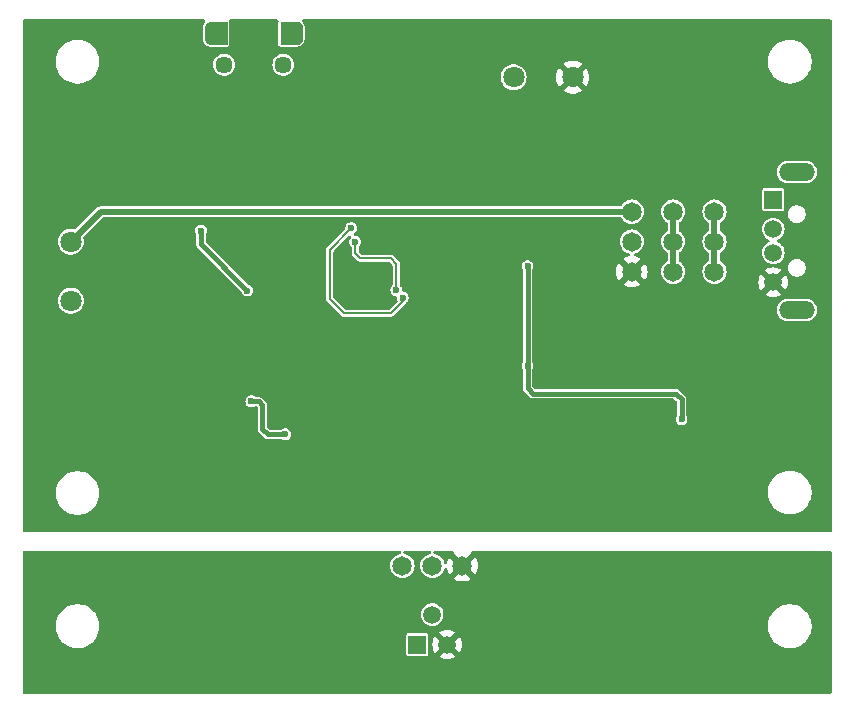
<source format=gbl>
G04 #@! TF.GenerationSoftware,KiCad,Pcbnew,8.0.5*
G04 #@! TF.CreationDate,2025-03-03T19:21:04-05:00*
G04 #@! TF.ProjectId,solar_power_manager,736f6c61-725f-4706-9f77-65725f6d616e,rev?*
G04 #@! TF.SameCoordinates,Original*
G04 #@! TF.FileFunction,Copper,L2,Bot*
G04 #@! TF.FilePolarity,Positive*
%FSLAX46Y46*%
G04 Gerber Fmt 4.6, Leading zero omitted, Abs format (unit mm)*
G04 Created by KiCad (PCBNEW 8.0.5) date 2025-03-03 19:21:04*
%MOMM*%
%LPD*%
G01*
G04 APERTURE LIST*
G04 #@! TA.AperFunction,EtchedComponent*
%ADD10C,0.010000*%
G04 #@! TD*
G04 #@! TA.AperFunction,ComponentPad*
%ADD11C,1.803400*%
G04 #@! TD*
G04 #@! TA.AperFunction,ComponentPad*
%ADD12C,1.650000*%
G04 #@! TD*
G04 #@! TA.AperFunction,ComponentPad*
%ADD13R,1.498600X1.498600*%
G04 #@! TD*
G04 #@! TA.AperFunction,ComponentPad*
%ADD14C,1.498600*%
G04 #@! TD*
G04 #@! TA.AperFunction,ComponentPad*
%ADD15R,1.508000X1.508000*%
G04 #@! TD*
G04 #@! TA.AperFunction,ComponentPad*
%ADD16C,1.508000*%
G04 #@! TD*
G04 #@! TA.AperFunction,ComponentPad*
%ADD17O,3.016000X1.508000*%
G04 #@! TD*
G04 #@! TA.AperFunction,ComponentPad*
%ADD18C,1.450000*%
G04 #@! TD*
G04 #@! TA.AperFunction,ComponentPad*
%ADD19O,1.200000X1.900000*%
G04 #@! TD*
G04 #@! TA.AperFunction,ViaPad*
%ADD20C,0.600000*%
G04 #@! TD*
G04 #@! TA.AperFunction,Conductor*
%ADD21C,0.508000*%
G04 #@! TD*
G04 #@! TA.AperFunction,Conductor*
%ADD22C,0.381000*%
G04 #@! TD*
G04 #@! TA.AperFunction,Conductor*
%ADD23C,0.203200*%
G04 #@! TD*
G04 APERTURE END LIST*
D10*
X154270000Y-50095000D02*
X152970000Y-50095000D01*
X152944000Y-50094000D01*
X152918000Y-50092000D01*
X152892000Y-50089000D01*
X152866000Y-50084000D01*
X152841000Y-50078000D01*
X152815000Y-50071000D01*
X152791000Y-50062000D01*
X152767000Y-50052000D01*
X152743000Y-50041000D01*
X152720000Y-50028000D01*
X152698000Y-50014000D01*
X152676000Y-50000000D01*
X152655000Y-49984000D01*
X152635000Y-49967000D01*
X152616000Y-49949000D01*
X152598000Y-49930000D01*
X152581000Y-49910000D01*
X152565000Y-49889000D01*
X152551000Y-49867000D01*
X152537000Y-49845000D01*
X152524000Y-49822000D01*
X152513000Y-49798000D01*
X152503000Y-49774000D01*
X152494000Y-49750000D01*
X152487000Y-49724000D01*
X152481000Y-49699000D01*
X152476000Y-49673000D01*
X152473000Y-49647000D01*
X152471000Y-49621000D01*
X152470000Y-49595000D01*
X152470000Y-48695000D01*
X152471000Y-48669000D01*
X152473000Y-48643000D01*
X152476000Y-48617000D01*
X152481000Y-48591000D01*
X152487000Y-48566000D01*
X152494000Y-48540000D01*
X152503000Y-48516000D01*
X152513000Y-48492000D01*
X152524000Y-48468000D01*
X152537000Y-48445000D01*
X152551000Y-48423000D01*
X152565000Y-48401000D01*
X152581000Y-48380000D01*
X152598000Y-48360000D01*
X152616000Y-48341000D01*
X152635000Y-48323000D01*
X152655000Y-48306000D01*
X152676000Y-48290000D01*
X152698000Y-48276000D01*
X152720000Y-48262000D01*
X152743000Y-48249000D01*
X152767000Y-48238000D01*
X152791000Y-48228000D01*
X152815000Y-48219000D01*
X152841000Y-48212000D01*
X152866000Y-48206000D01*
X152892000Y-48201000D01*
X152918000Y-48198000D01*
X152944000Y-48196000D01*
X152970000Y-48195000D01*
X154270000Y-48195000D01*
X154270000Y-50095000D01*
G04 #@! TA.AperFunction,EtchedComponent*
G36*
X154270000Y-50095000D02*
G01*
X152970000Y-50095000D01*
X152944000Y-50094000D01*
X152918000Y-50092000D01*
X152892000Y-50089000D01*
X152866000Y-50084000D01*
X152841000Y-50078000D01*
X152815000Y-50071000D01*
X152791000Y-50062000D01*
X152767000Y-50052000D01*
X152743000Y-50041000D01*
X152720000Y-50028000D01*
X152698000Y-50014000D01*
X152676000Y-50000000D01*
X152655000Y-49984000D01*
X152635000Y-49967000D01*
X152616000Y-49949000D01*
X152598000Y-49930000D01*
X152581000Y-49910000D01*
X152565000Y-49889000D01*
X152551000Y-49867000D01*
X152537000Y-49845000D01*
X152524000Y-49822000D01*
X152513000Y-49798000D01*
X152503000Y-49774000D01*
X152494000Y-49750000D01*
X152487000Y-49724000D01*
X152481000Y-49699000D01*
X152476000Y-49673000D01*
X152473000Y-49647000D01*
X152471000Y-49621000D01*
X152470000Y-49595000D01*
X152470000Y-48695000D01*
X152471000Y-48669000D01*
X152473000Y-48643000D01*
X152476000Y-48617000D01*
X152481000Y-48591000D01*
X152487000Y-48566000D01*
X152494000Y-48540000D01*
X152503000Y-48516000D01*
X152513000Y-48492000D01*
X152524000Y-48468000D01*
X152537000Y-48445000D01*
X152551000Y-48423000D01*
X152565000Y-48401000D01*
X152581000Y-48380000D01*
X152598000Y-48360000D01*
X152616000Y-48341000D01*
X152635000Y-48323000D01*
X152655000Y-48306000D01*
X152676000Y-48290000D01*
X152698000Y-48276000D01*
X152720000Y-48262000D01*
X152743000Y-48249000D01*
X152767000Y-48238000D01*
X152791000Y-48228000D01*
X152815000Y-48219000D01*
X152841000Y-48212000D01*
X152866000Y-48206000D01*
X152892000Y-48201000D01*
X152918000Y-48198000D01*
X152944000Y-48196000D01*
X152970000Y-48195000D01*
X154270000Y-48195000D01*
X154270000Y-50095000D01*
G37*
G04 #@! TD.AperFunction*
X160196000Y-48196000D02*
X160222000Y-48198000D01*
X160248000Y-48201000D01*
X160274000Y-48206000D01*
X160299000Y-48212000D01*
X160325000Y-48219000D01*
X160349000Y-48228000D01*
X160373000Y-48238000D01*
X160397000Y-48249000D01*
X160420000Y-48262000D01*
X160442000Y-48276000D01*
X160464000Y-48290000D01*
X160485000Y-48306000D01*
X160505000Y-48323000D01*
X160524000Y-48341000D01*
X160542000Y-48360000D01*
X160559000Y-48380000D01*
X160575000Y-48401000D01*
X160589000Y-48423000D01*
X160603000Y-48445000D01*
X160616000Y-48468000D01*
X160627000Y-48492000D01*
X160637000Y-48516000D01*
X160646000Y-48540000D01*
X160653000Y-48566000D01*
X160659000Y-48591000D01*
X160664000Y-48617000D01*
X160667000Y-48643000D01*
X160669000Y-48669000D01*
X160670000Y-48695000D01*
X160670000Y-49595000D01*
X160669000Y-49621000D01*
X160667000Y-49647000D01*
X160664000Y-49673000D01*
X160659000Y-49699000D01*
X160653000Y-49724000D01*
X160646000Y-49750000D01*
X160637000Y-49774000D01*
X160627000Y-49798000D01*
X160616000Y-49822000D01*
X160603000Y-49845000D01*
X160589000Y-49867000D01*
X160575000Y-49889000D01*
X160559000Y-49910000D01*
X160542000Y-49930000D01*
X160524000Y-49949000D01*
X160505000Y-49967000D01*
X160485000Y-49984000D01*
X160464000Y-50000000D01*
X160442000Y-50014000D01*
X160420000Y-50028000D01*
X160397000Y-50041000D01*
X160373000Y-50052000D01*
X160349000Y-50062000D01*
X160325000Y-50071000D01*
X160299000Y-50078000D01*
X160274000Y-50084000D01*
X160248000Y-50089000D01*
X160222000Y-50092000D01*
X160196000Y-50094000D01*
X160170000Y-50095000D01*
X158870000Y-50095000D01*
X158870000Y-48195000D01*
X160170000Y-48195000D01*
X160196000Y-48196000D01*
G04 #@! TA.AperFunction,EtchedComponent*
G36*
X160196000Y-48196000D02*
G01*
X160222000Y-48198000D01*
X160248000Y-48201000D01*
X160274000Y-48206000D01*
X160299000Y-48212000D01*
X160325000Y-48219000D01*
X160349000Y-48228000D01*
X160373000Y-48238000D01*
X160397000Y-48249000D01*
X160420000Y-48262000D01*
X160442000Y-48276000D01*
X160464000Y-48290000D01*
X160485000Y-48306000D01*
X160505000Y-48323000D01*
X160524000Y-48341000D01*
X160542000Y-48360000D01*
X160559000Y-48380000D01*
X160575000Y-48401000D01*
X160589000Y-48423000D01*
X160603000Y-48445000D01*
X160616000Y-48468000D01*
X160627000Y-48492000D01*
X160637000Y-48516000D01*
X160646000Y-48540000D01*
X160653000Y-48566000D01*
X160659000Y-48591000D01*
X160664000Y-48617000D01*
X160667000Y-48643000D01*
X160669000Y-48669000D01*
X160670000Y-48695000D01*
X160670000Y-49595000D01*
X160669000Y-49621000D01*
X160667000Y-49647000D01*
X160664000Y-49673000D01*
X160659000Y-49699000D01*
X160653000Y-49724000D01*
X160646000Y-49750000D01*
X160637000Y-49774000D01*
X160627000Y-49798000D01*
X160616000Y-49822000D01*
X160603000Y-49845000D01*
X160589000Y-49867000D01*
X160575000Y-49889000D01*
X160559000Y-49910000D01*
X160542000Y-49930000D01*
X160524000Y-49949000D01*
X160505000Y-49967000D01*
X160485000Y-49984000D01*
X160464000Y-50000000D01*
X160442000Y-50014000D01*
X160420000Y-50028000D01*
X160397000Y-50041000D01*
X160373000Y-50052000D01*
X160349000Y-50062000D01*
X160325000Y-50071000D01*
X160299000Y-50078000D01*
X160274000Y-50084000D01*
X160248000Y-50089000D01*
X160222000Y-50092000D01*
X160196000Y-50094000D01*
X160170000Y-50095000D01*
X158870000Y-50095000D01*
X158870000Y-48195000D01*
X160170000Y-48195000D01*
X160196000Y-48196000D01*
G37*
G04 #@! TD.AperFunction*
D11*
X141080000Y-71810000D03*
X141080000Y-66810000D03*
D12*
X192080000Y-64270000D03*
X192080000Y-66810000D03*
X192080000Y-69350000D03*
D11*
X183575100Y-52890000D03*
X178575100Y-52890000D03*
D12*
X195580000Y-64270000D03*
X195580000Y-66810000D03*
X195580000Y-69350000D03*
X188580000Y-64270000D03*
X188580000Y-66810000D03*
X188580000Y-69350000D03*
X169160000Y-94250000D03*
X171700000Y-94250000D03*
X174240000Y-94250000D03*
D13*
X170410000Y-100920000D03*
D14*
X171680000Y-98380000D03*
X172950000Y-100920000D03*
D15*
X200552500Y-63252250D03*
D16*
X200552500Y-65752250D03*
X200552500Y-67752250D03*
X200552500Y-70252250D03*
D17*
X202552500Y-72602250D03*
X202552500Y-60902250D03*
D18*
X159070000Y-51845000D03*
X154070000Y-51845000D03*
D19*
X160070000Y-49145000D03*
X153070000Y-49145000D03*
D20*
X162750000Y-61020000D03*
X160120000Y-61000000D03*
X145960000Y-63050000D03*
X201390000Y-75250000D03*
X182970000Y-58140000D03*
X202800000Y-75220000D03*
X185690000Y-68970000D03*
X162550000Y-55510000D03*
X144570000Y-63050000D03*
X196600000Y-78000000D03*
X154980000Y-85870000D03*
X166000000Y-73510000D03*
X155330000Y-55640000D03*
X139680000Y-75090000D03*
X152900000Y-55660000D03*
X163090000Y-72700000D03*
X153430000Y-74200000D03*
X163070000Y-74330000D03*
X187840000Y-54360000D03*
X187880000Y-56640000D03*
X204470000Y-59400000D03*
X183134000Y-73406000D03*
X141100000Y-75070000D03*
X165990000Y-74470000D03*
X200330000Y-59470000D03*
X160100000Y-55560000D03*
X184890000Y-58110000D03*
X186350000Y-70140000D03*
X150300000Y-52830000D03*
X147280000Y-63050000D03*
X150290000Y-49530000D03*
X204160000Y-75250000D03*
X155780000Y-74180000D03*
X180840000Y-69130000D03*
X163670000Y-69080000D03*
X164980000Y-73510000D03*
X194650000Y-78010000D03*
X146920000Y-67800000D03*
X153730000Y-85870000D03*
X187780000Y-50190000D03*
X150300000Y-55660000D03*
X162470000Y-49150000D03*
X199630000Y-76850000D03*
X167560000Y-69350000D03*
X174850000Y-53210000D03*
X199640000Y-77990000D03*
X164980000Y-74460000D03*
X154610000Y-74180000D03*
X156200000Y-85830000D03*
X174850000Y-50960000D03*
X174830000Y-48890000D03*
X146920000Y-69820000D03*
X162520000Y-52790000D03*
X198640000Y-60720000D03*
X181050000Y-58140000D03*
X159240000Y-83130000D03*
X156359500Y-80330500D03*
X192790000Y-81850000D03*
X179750000Y-68880000D03*
X179750000Y-77320000D03*
X165153159Y-66816841D03*
X168640000Y-70910000D03*
X164833258Y-65653258D03*
X169180000Y-71550000D03*
X156040000Y-70950000D03*
X152110000Y-65870000D03*
X198600000Y-67480000D03*
X198600000Y-65500000D03*
X202510000Y-59430000D03*
D21*
X192080000Y-66810000D02*
X192080000Y-64270000D01*
X192080000Y-69350000D02*
X192080000Y-66810000D01*
X141080000Y-66810000D02*
X143620000Y-64270000D01*
X143620000Y-64270000D02*
X188580000Y-64270000D01*
D22*
X157300000Y-80650000D02*
X157300000Y-82670000D01*
X157300000Y-82670000D02*
X157760000Y-83130000D01*
X156980500Y-80330500D02*
X157300000Y-80650000D01*
X157760000Y-83130000D02*
X159240000Y-83130000D01*
X156359500Y-80330500D02*
X156980500Y-80330500D01*
X180200000Y-79680000D02*
X179750000Y-79230000D01*
X192790000Y-80150000D02*
X192320000Y-79680000D01*
X192790000Y-81850000D02*
X192790000Y-80150000D01*
X179750000Y-79230000D02*
X179750000Y-77320000D01*
X192320000Y-79680000D02*
X180200000Y-79680000D01*
X179750000Y-68880000D02*
X179750000Y-77320000D01*
D21*
X195580000Y-64270000D02*
X195580000Y-66810000D01*
X195580000Y-66810000D02*
X195580000Y-69350000D01*
D23*
X168160000Y-68200000D02*
X165570000Y-68200000D01*
X168640000Y-68680000D02*
X168160000Y-68200000D01*
X165153159Y-67783159D02*
X165153159Y-66816841D01*
X165570000Y-68200000D02*
X165153159Y-67783159D01*
X168640000Y-70910000D02*
X168640000Y-68680000D01*
X168190000Y-72860000D02*
X164180000Y-72860000D01*
X163010000Y-71690000D02*
X163010000Y-67476516D01*
X169180000Y-71550000D02*
X169180000Y-71870000D01*
X164180000Y-72860000D02*
X163010000Y-71690000D01*
X169180000Y-71870000D02*
X168190000Y-72860000D01*
X163010000Y-67476516D02*
X164833258Y-65653258D01*
D22*
X152110000Y-67020000D02*
X156040000Y-70950000D01*
X152110000Y-65870000D02*
X152110000Y-67020000D01*
G04 #@! TA.AperFunction,Conductor*
G36*
X169028421Y-93010185D02*
G01*
X169074176Y-93062989D01*
X169084120Y-93132147D01*
X169055095Y-93195703D01*
X168996317Y-93233477D01*
X168973536Y-93237903D01*
X168958968Y-93239337D01*
X168765654Y-93297978D01*
X168587511Y-93393198D01*
X168587504Y-93393203D01*
X168431352Y-93521352D01*
X168303203Y-93677504D01*
X168303198Y-93677511D01*
X168207978Y-93855654D01*
X168149337Y-94048968D01*
X168129538Y-94250000D01*
X168149337Y-94451031D01*
X168207978Y-94644345D01*
X168303198Y-94822488D01*
X168303203Y-94822495D01*
X168431352Y-94978647D01*
X168449356Y-94993422D01*
X168587506Y-95106798D01*
X168587509Y-95106799D01*
X168587511Y-95106801D01*
X168765654Y-95202021D01*
X168765656Y-95202021D01*
X168765659Y-95202023D01*
X168958967Y-95260662D01*
X169160000Y-95280462D01*
X169361033Y-95260662D01*
X169554341Y-95202023D01*
X169732494Y-95106798D01*
X169888647Y-94978647D01*
X170016798Y-94822494D01*
X170112023Y-94644341D01*
X170170662Y-94451033D01*
X170190462Y-94250000D01*
X170170662Y-94048967D01*
X170112023Y-93855659D01*
X170112021Y-93855656D01*
X170112021Y-93855654D01*
X170016801Y-93677511D01*
X170016799Y-93677509D01*
X170016798Y-93677506D01*
X169940855Y-93584969D01*
X169888647Y-93521352D01*
X169732495Y-93393203D01*
X169732488Y-93393198D01*
X169554345Y-93297978D01*
X169361031Y-93239337D01*
X169346464Y-93237903D01*
X169281677Y-93211742D01*
X169241318Y-93154708D01*
X169238201Y-93084907D01*
X169273316Y-93024503D01*
X169335513Y-92992672D01*
X169358618Y-92990500D01*
X171501382Y-92990500D01*
X171568421Y-93010185D01*
X171614176Y-93062989D01*
X171624120Y-93132147D01*
X171595095Y-93195703D01*
X171536317Y-93233477D01*
X171513536Y-93237903D01*
X171498968Y-93239337D01*
X171305654Y-93297978D01*
X171127511Y-93393198D01*
X171127504Y-93393203D01*
X170971352Y-93521352D01*
X170843203Y-93677504D01*
X170843198Y-93677511D01*
X170747978Y-93855654D01*
X170689337Y-94048968D01*
X170669538Y-94250000D01*
X170689337Y-94451031D01*
X170747978Y-94644345D01*
X170843198Y-94822488D01*
X170843203Y-94822495D01*
X170971352Y-94978647D01*
X170989356Y-94993422D01*
X171127506Y-95106798D01*
X171127509Y-95106799D01*
X171127511Y-95106801D01*
X171305654Y-95202021D01*
X171305656Y-95202021D01*
X171305659Y-95202023D01*
X171498967Y-95260662D01*
X171700000Y-95280462D01*
X171901033Y-95260662D01*
X172094341Y-95202023D01*
X172272494Y-95106798D01*
X172428647Y-94978647D01*
X172556798Y-94822494D01*
X172652023Y-94644341D01*
X172696896Y-94496411D01*
X172735192Y-94437975D01*
X172799005Y-94409519D01*
X172868072Y-94420079D01*
X172920465Y-94466303D01*
X172935331Y-94500316D01*
X172990148Y-94704900D01*
X172990152Y-94704909D01*
X173088133Y-94915030D01*
X173143023Y-94993422D01*
X173716212Y-94420233D01*
X173727482Y-94462292D01*
X173799890Y-94587708D01*
X173902292Y-94690110D01*
X174027708Y-94762518D01*
X174069765Y-94773787D01*
X173496576Y-95346975D01*
X173574969Y-95401867D01*
X173785090Y-95499847D01*
X173785099Y-95499851D01*
X174009031Y-95559852D01*
X174009041Y-95559854D01*
X174239999Y-95580061D01*
X174240001Y-95580061D01*
X174470958Y-95559854D01*
X174470968Y-95559852D01*
X174694900Y-95499851D01*
X174694909Y-95499847D01*
X174905030Y-95401867D01*
X174905034Y-95401865D01*
X174983422Y-95346976D01*
X174983422Y-95346975D01*
X174410235Y-94773787D01*
X174452292Y-94762518D01*
X174577708Y-94690110D01*
X174680110Y-94587708D01*
X174752518Y-94462292D01*
X174763787Y-94420234D01*
X175336975Y-94993422D01*
X175336976Y-94993422D01*
X175391865Y-94915034D01*
X175391867Y-94915030D01*
X175489847Y-94704909D01*
X175489851Y-94704900D01*
X175549852Y-94480968D01*
X175549854Y-94480958D01*
X175570061Y-94250000D01*
X175570061Y-94249999D01*
X175549854Y-94019041D01*
X175549852Y-94019031D01*
X175489851Y-93795099D01*
X175489847Y-93795090D01*
X175391867Y-93584971D01*
X175391866Y-93584969D01*
X175336975Y-93506577D01*
X175336975Y-93506576D01*
X174763787Y-94079764D01*
X174752518Y-94037708D01*
X174680110Y-93912292D01*
X174577708Y-93809890D01*
X174452292Y-93737482D01*
X174410234Y-93726212D01*
X174983422Y-93153023D01*
X174980998Y-93125307D01*
X174994765Y-93056807D01*
X175043380Y-93006624D01*
X175104526Y-92990500D01*
X205375500Y-92990500D01*
X205442539Y-93010185D01*
X205488294Y-93062989D01*
X205499500Y-93114500D01*
X205499500Y-104965500D01*
X205479815Y-105032539D01*
X205427011Y-105078294D01*
X205375500Y-105089500D01*
X137124500Y-105089500D01*
X137057461Y-105069815D01*
X137011706Y-105017011D01*
X137000500Y-104965500D01*
X137000500Y-99238711D01*
X139809500Y-99238711D01*
X139809500Y-99481288D01*
X139841161Y-99721785D01*
X139903947Y-99956104D01*
X139960432Y-100092470D01*
X139996776Y-100180212D01*
X140118064Y-100390289D01*
X140118066Y-100390292D01*
X140118067Y-100390293D01*
X140265733Y-100582736D01*
X140265739Y-100582743D01*
X140437256Y-100754260D01*
X140437262Y-100754265D01*
X140629711Y-100901936D01*
X140839788Y-101023224D01*
X141063900Y-101116054D01*
X141298211Y-101178838D01*
X141478586Y-101202584D01*
X141538711Y-101210500D01*
X141538712Y-101210500D01*
X141781289Y-101210500D01*
X141829388Y-101204167D01*
X142021789Y-101178838D01*
X142256100Y-101116054D01*
X142480212Y-101023224D01*
X142690289Y-100901936D01*
X142882738Y-100754265D01*
X143054265Y-100582738D01*
X143201936Y-100390289D01*
X143323224Y-100180212D01*
X143335346Y-100150947D01*
X169460200Y-100150947D01*
X169460200Y-101689052D01*
X169471831Y-101747529D01*
X169471832Y-101747530D01*
X169516147Y-101813852D01*
X169582469Y-101858167D01*
X169582470Y-101858168D01*
X169640947Y-101869799D01*
X169640950Y-101869800D01*
X169640952Y-101869800D01*
X171179050Y-101869800D01*
X171179051Y-101869799D01*
X171193868Y-101866852D01*
X171237529Y-101858168D01*
X171237529Y-101858167D01*
X171237531Y-101858167D01*
X171303852Y-101813852D01*
X171348167Y-101747531D01*
X171348167Y-101747529D01*
X171348168Y-101747529D01*
X171359799Y-101689052D01*
X171359800Y-101689050D01*
X171359800Y-100919998D01*
X171695928Y-100919998D01*
X171695928Y-100920001D01*
X171714979Y-101137761D01*
X171714981Y-101137771D01*
X171771555Y-101348910D01*
X171771559Y-101348919D01*
X171863941Y-101547034D01*
X171863942Y-101547036D01*
X171907377Y-101609067D01*
X171907378Y-101609068D01*
X172470874Y-101045571D01*
X172488454Y-101111179D01*
X172553661Y-101224121D01*
X172645879Y-101316339D01*
X172758821Y-101381546D01*
X172824427Y-101399125D01*
X172260930Y-101962621D01*
X172322964Y-102006057D01*
X172521080Y-102098440D01*
X172521089Y-102098444D01*
X172732228Y-102155018D01*
X172732238Y-102155020D01*
X172949998Y-102174072D01*
X172950002Y-102174072D01*
X173167761Y-102155020D01*
X173167771Y-102155018D01*
X173378910Y-102098444D01*
X173378919Y-102098440D01*
X173577035Y-102006058D01*
X173577039Y-102006056D01*
X173639068Y-101962622D01*
X173639068Y-101962621D01*
X173075572Y-101399125D01*
X173141179Y-101381546D01*
X173254121Y-101316339D01*
X173346339Y-101224121D01*
X173411546Y-101111179D01*
X173429125Y-101045572D01*
X173992621Y-101609068D01*
X173992622Y-101609068D01*
X174036056Y-101547039D01*
X174036058Y-101547035D01*
X174128440Y-101348919D01*
X174128444Y-101348910D01*
X174185018Y-101137771D01*
X174185020Y-101137761D01*
X174204072Y-100920001D01*
X174204072Y-100919998D01*
X174185020Y-100702238D01*
X174185018Y-100702228D01*
X174128444Y-100491089D01*
X174128440Y-100491080D01*
X174036057Y-100292964D01*
X173992621Y-100230930D01*
X173429124Y-100794426D01*
X173411546Y-100728821D01*
X173346339Y-100615879D01*
X173254121Y-100523661D01*
X173141179Y-100458454D01*
X173075572Y-100440874D01*
X173639068Y-99877378D01*
X173639067Y-99877377D01*
X173577036Y-99833942D01*
X173577034Y-99833941D01*
X173378919Y-99741559D01*
X173378910Y-99741555D01*
X173167771Y-99684981D01*
X173167761Y-99684979D01*
X172950002Y-99665928D01*
X172949998Y-99665928D01*
X172732238Y-99684979D01*
X172732228Y-99684981D01*
X172521089Y-99741555D01*
X172521080Y-99741559D01*
X172322960Y-99833944D01*
X172260931Y-99877376D01*
X172260930Y-99877377D01*
X172824428Y-100440874D01*
X172758821Y-100458454D01*
X172645879Y-100523661D01*
X172553661Y-100615879D01*
X172488454Y-100728821D01*
X172470874Y-100794427D01*
X171907377Y-100230930D01*
X171907376Y-100230931D01*
X171863944Y-100292960D01*
X171771559Y-100491080D01*
X171771555Y-100491089D01*
X171714981Y-100702228D01*
X171714979Y-100702238D01*
X171695928Y-100919998D01*
X171359800Y-100919998D01*
X171359800Y-100150949D01*
X171359799Y-100150947D01*
X171348168Y-100092470D01*
X171348167Y-100092469D01*
X171303852Y-100026147D01*
X171237530Y-99981832D01*
X171237529Y-99981831D01*
X171179052Y-99970200D01*
X171179048Y-99970200D01*
X169640952Y-99970200D01*
X169640947Y-99970200D01*
X169582470Y-99981831D01*
X169582469Y-99981832D01*
X169516147Y-100026147D01*
X169471832Y-100092469D01*
X169471831Y-100092470D01*
X169460200Y-100150947D01*
X143335346Y-100150947D01*
X143416054Y-99956100D01*
X143478838Y-99721789D01*
X143510500Y-99481288D01*
X143510500Y-99238712D01*
X143478838Y-98998211D01*
X143416054Y-98763900D01*
X143408321Y-98745232D01*
X143323226Y-98539794D01*
X143323224Y-98539788D01*
X143230970Y-98380000D01*
X170725604Y-98380000D01*
X170743941Y-98566190D01*
X170798255Y-98745237D01*
X170886444Y-98910228D01*
X170886450Y-98910235D01*
X171005139Y-99054860D01*
X171149764Y-99173549D01*
X171149771Y-99173555D01*
X171314762Y-99261744D01*
X171314768Y-99261747D01*
X171493807Y-99316058D01*
X171680000Y-99334396D01*
X171866193Y-99316058D01*
X172045232Y-99261747D01*
X172088328Y-99238711D01*
X200109500Y-99238711D01*
X200109500Y-99481288D01*
X200141161Y-99721785D01*
X200203947Y-99956104D01*
X200260432Y-100092470D01*
X200296776Y-100180212D01*
X200418064Y-100390289D01*
X200418066Y-100390292D01*
X200418067Y-100390293D01*
X200565733Y-100582736D01*
X200565739Y-100582743D01*
X200737256Y-100754260D01*
X200737262Y-100754265D01*
X200929711Y-100901936D01*
X201139788Y-101023224D01*
X201363900Y-101116054D01*
X201598211Y-101178838D01*
X201778586Y-101202584D01*
X201838711Y-101210500D01*
X201838712Y-101210500D01*
X202081289Y-101210500D01*
X202129388Y-101204167D01*
X202321789Y-101178838D01*
X202556100Y-101116054D01*
X202780212Y-101023224D01*
X202990289Y-100901936D01*
X203182738Y-100754265D01*
X203354265Y-100582738D01*
X203501936Y-100390289D01*
X203623224Y-100180212D01*
X203716054Y-99956100D01*
X203778838Y-99721789D01*
X203810500Y-99481288D01*
X203810500Y-99238712D01*
X203778838Y-98998211D01*
X203716054Y-98763900D01*
X203708321Y-98745232D01*
X203623226Y-98539794D01*
X203623224Y-98539788D01*
X203501936Y-98329711D01*
X203397655Y-98193809D01*
X203354266Y-98137263D01*
X203354260Y-98137256D01*
X203182743Y-97965739D01*
X203182736Y-97965733D01*
X202990293Y-97818067D01*
X202990292Y-97818066D01*
X202990289Y-97818064D01*
X202780212Y-97696776D01*
X202780205Y-97696773D01*
X202556104Y-97603947D01*
X202321785Y-97541161D01*
X202081289Y-97509500D01*
X202081288Y-97509500D01*
X201838712Y-97509500D01*
X201838711Y-97509500D01*
X201598214Y-97541161D01*
X201363895Y-97603947D01*
X201139794Y-97696773D01*
X201139785Y-97696777D01*
X200929706Y-97818067D01*
X200737263Y-97965733D01*
X200737256Y-97965739D01*
X200565739Y-98137256D01*
X200565733Y-98137263D01*
X200418067Y-98329706D01*
X200296777Y-98539785D01*
X200296773Y-98539794D01*
X200203947Y-98763895D01*
X200141161Y-98998214D01*
X200109500Y-99238711D01*
X172088328Y-99238711D01*
X172093456Y-99235970D01*
X172210228Y-99173555D01*
X172210230Y-99173552D01*
X172210234Y-99173551D01*
X172354860Y-99054860D01*
X172473551Y-98910234D01*
X172473552Y-98910230D01*
X172473555Y-98910228D01*
X172535970Y-98793456D01*
X172561747Y-98745232D01*
X172616058Y-98566193D01*
X172634396Y-98380000D01*
X172616058Y-98193807D01*
X172561747Y-98014768D01*
X172561744Y-98014762D01*
X172473555Y-97849771D01*
X172473549Y-97849764D01*
X172354860Y-97705139D01*
X172210235Y-97586450D01*
X172210228Y-97586444D01*
X172045237Y-97498255D01*
X172045234Y-97498254D01*
X172045232Y-97498253D01*
X171866193Y-97443942D01*
X171866190Y-97443941D01*
X171680000Y-97425604D01*
X171493809Y-97443941D01*
X171370959Y-97481207D01*
X171314768Y-97498253D01*
X171314767Y-97498253D01*
X171314762Y-97498255D01*
X171149771Y-97586444D01*
X171149764Y-97586450D01*
X171005139Y-97705139D01*
X170886450Y-97849764D01*
X170886444Y-97849771D01*
X170798255Y-98014762D01*
X170743941Y-98193809D01*
X170725604Y-98380000D01*
X143230970Y-98380000D01*
X143201936Y-98329711D01*
X143097655Y-98193809D01*
X143054266Y-98137263D01*
X143054260Y-98137256D01*
X142882743Y-97965739D01*
X142882736Y-97965733D01*
X142690293Y-97818067D01*
X142690292Y-97818066D01*
X142690289Y-97818064D01*
X142480212Y-97696776D01*
X142480205Y-97696773D01*
X142256104Y-97603947D01*
X142021785Y-97541161D01*
X141781289Y-97509500D01*
X141781288Y-97509500D01*
X141538712Y-97509500D01*
X141538711Y-97509500D01*
X141298214Y-97541161D01*
X141063895Y-97603947D01*
X140839794Y-97696773D01*
X140839785Y-97696777D01*
X140629706Y-97818067D01*
X140437263Y-97965733D01*
X140437256Y-97965739D01*
X140265739Y-98137256D01*
X140265733Y-98137263D01*
X140118067Y-98329706D01*
X139996777Y-98539785D01*
X139996773Y-98539794D01*
X139903947Y-98763895D01*
X139841161Y-98998214D01*
X139809500Y-99238711D01*
X137000500Y-99238711D01*
X137000500Y-93114500D01*
X137020185Y-93047461D01*
X137072989Y-93001706D01*
X137124500Y-92990500D01*
X168961382Y-92990500D01*
X169028421Y-93010185D01*
G37*
G04 #@! TD.AperFunction*
G04 #@! TA.AperFunction,Conductor*
G36*
X173442513Y-93010185D02*
G01*
X173488268Y-93062989D01*
X173499002Y-93125308D01*
X173496577Y-93153023D01*
X174069766Y-93726212D01*
X174027708Y-93737482D01*
X173902292Y-93809890D01*
X173799890Y-93912292D01*
X173727482Y-94037708D01*
X173716212Y-94079766D01*
X173143022Y-93506576D01*
X173088134Y-93584967D01*
X172990152Y-93795090D01*
X172990148Y-93795099D01*
X172935331Y-93999683D01*
X172898966Y-94059344D01*
X172836119Y-94089873D01*
X172766744Y-94081578D01*
X172712866Y-94037093D01*
X172696896Y-94003588D01*
X172652023Y-93855659D01*
X172652021Y-93855656D01*
X172652021Y-93855654D01*
X172556801Y-93677511D01*
X172556799Y-93677509D01*
X172556798Y-93677506D01*
X172480855Y-93584969D01*
X172428647Y-93521352D01*
X172272495Y-93393203D01*
X172272488Y-93393198D01*
X172094345Y-93297978D01*
X171901031Y-93239337D01*
X171886464Y-93237903D01*
X171821677Y-93211742D01*
X171781318Y-93154708D01*
X171778201Y-93084907D01*
X171813316Y-93024503D01*
X171875513Y-92992672D01*
X171898618Y-92990500D01*
X173375474Y-92990500D01*
X173442513Y-93010185D01*
G37*
G04 #@! TD.AperFunction*
G04 #@! TA.AperFunction,Conductor*
G36*
X164724286Y-66291976D02*
G01*
X164780219Y-66333848D01*
X164804636Y-66399312D01*
X164789784Y-66467585D01*
X164774666Y-66489360D01*
X164727782Y-66543468D01*
X164727781Y-66543469D01*
X164667993Y-66674384D01*
X164647512Y-66816841D01*
X164667993Y-66959297D01*
X164727781Y-67090212D01*
X164727782Y-67090214D01*
X164820772Y-67197532D01*
X164849797Y-67261086D01*
X164851059Y-67278733D01*
X164851059Y-67822934D01*
X164871644Y-67899764D01*
X164911420Y-67968655D01*
X165384503Y-68441738D01*
X165384505Y-68441739D01*
X165384506Y-68441740D01*
X165388942Y-68444301D01*
X165453394Y-68481514D01*
X165530224Y-68502099D01*
X165530228Y-68502100D01*
X165609772Y-68502100D01*
X167983504Y-68502100D01*
X168050543Y-68521785D01*
X168071185Y-68538419D01*
X168301581Y-68768815D01*
X168335066Y-68830138D01*
X168337900Y-68856496D01*
X168337900Y-70448107D01*
X168318215Y-70515146D01*
X168307613Y-70529309D01*
X168214625Y-70636622D01*
X168214622Y-70636628D01*
X168154834Y-70767543D01*
X168134353Y-70910000D01*
X168154834Y-71052456D01*
X168207537Y-71167857D01*
X168214623Y-71183373D01*
X168308872Y-71292143D01*
X168429947Y-71369953D01*
X168429950Y-71369954D01*
X168429949Y-71369954D01*
X168568037Y-71410500D01*
X168569108Y-71410654D01*
X168570092Y-71411103D01*
X168576548Y-71412999D01*
X168576275Y-71413926D01*
X168632664Y-71439676D01*
X168670441Y-71498453D01*
X168673496Y-71541131D01*
X168674353Y-71541131D01*
X168674353Y-71549999D01*
X168694834Y-71692456D01*
X168732893Y-71775791D01*
X168742837Y-71844949D01*
X168713812Y-71908505D01*
X168707780Y-71914984D01*
X168101185Y-72521581D01*
X168039862Y-72555066D01*
X168013504Y-72557900D01*
X164356496Y-72557900D01*
X164289457Y-72538215D01*
X164268815Y-72521581D01*
X163348419Y-71601185D01*
X163314934Y-71539862D01*
X163312100Y-71513504D01*
X163312100Y-67653011D01*
X163331785Y-67585972D01*
X163348414Y-67565335D01*
X164593273Y-66320475D01*
X164654594Y-66286992D01*
X164724286Y-66291976D01*
G37*
G04 #@! TD.AperFunction*
G04 #@! TA.AperFunction,Conductor*
G36*
X152427370Y-48020185D02*
G01*
X152473125Y-48072989D01*
X152483069Y-48142147D01*
X152454044Y-48205703D01*
X152450352Y-48209778D01*
X152445166Y-48215252D01*
X152437620Y-48223660D01*
X152420615Y-48243664D01*
X152413550Y-48252442D01*
X152397574Y-48273410D01*
X152387403Y-48287997D01*
X152359420Y-48331969D01*
X152353728Y-48341453D01*
X152340750Y-48364414D01*
X152332646Y-48380285D01*
X152321631Y-48404317D01*
X152318691Y-48411037D01*
X152308700Y-48435017D01*
X152305898Y-48442102D01*
X152296905Y-48466080D01*
X152296896Y-48466107D01*
X152290745Y-48485252D01*
X152290740Y-48485269D01*
X152283736Y-48511280D01*
X152282302Y-48516911D01*
X152276317Y-48541850D01*
X152274289Y-48551241D01*
X152269288Y-48577248D01*
X152266887Y-48592873D01*
X152263883Y-48618907D01*
X152263123Y-48626818D01*
X152261120Y-48652849D01*
X152260653Y-48660956D01*
X152259656Y-48686884D01*
X152259500Y-48695003D01*
X152259500Y-49594996D01*
X152259656Y-49603115D01*
X152260653Y-49629043D01*
X152261120Y-49637150D01*
X152263123Y-49663181D01*
X152263883Y-49671092D01*
X152266887Y-49697126D01*
X152269288Y-49712751D01*
X152274289Y-49738758D01*
X152276317Y-49748149D01*
X152282302Y-49773088D01*
X152283736Y-49778719D01*
X152290740Y-49804730D01*
X152290745Y-49804747D01*
X152296896Y-49823892D01*
X152296905Y-49823919D01*
X152304099Y-49843101D01*
X152305903Y-49847911D01*
X152308692Y-49854962D01*
X152308700Y-49854982D01*
X152318691Y-49878962D01*
X152321631Y-49885682D01*
X152332646Y-49909714D01*
X152340750Y-49925585D01*
X152353728Y-49948546D01*
X152353743Y-49948572D01*
X152353747Y-49948578D01*
X152359409Y-49958012D01*
X152387409Y-50002012D01*
X152397562Y-50016572D01*
X152397574Y-50016589D01*
X152413550Y-50037557D01*
X152420615Y-50046335D01*
X152437620Y-50066339D01*
X152445184Y-50074768D01*
X152463187Y-50093771D01*
X152471228Y-50101812D01*
X152490231Y-50119815D01*
X152498473Y-50127212D01*
X152498670Y-50127388D01*
X152504911Y-50132693D01*
X152518664Y-50144384D01*
X152527442Y-50151449D01*
X152548410Y-50167425D01*
X152548421Y-50167432D01*
X152548428Y-50167438D01*
X152562988Y-50177591D01*
X152606988Y-50205591D01*
X152616422Y-50211253D01*
X152616439Y-50211262D01*
X152616453Y-50211271D01*
X152639414Y-50224249D01*
X152639422Y-50224253D01*
X152655294Y-50232358D01*
X152679294Y-50243358D01*
X152679317Y-50243368D01*
X152686037Y-50246308D01*
X152701024Y-50252552D01*
X152710038Y-50256308D01*
X152717089Y-50259097D01*
X152733886Y-50265396D01*
X152741080Y-50268094D01*
X152741107Y-50268103D01*
X152749312Y-50270739D01*
X152760276Y-50274262D01*
X152786276Y-50281262D01*
X152791875Y-50282688D01*
X152791886Y-50282690D01*
X152791911Y-50282697D01*
X152816850Y-50288682D01*
X152816875Y-50288688D01*
X152826248Y-50290712D01*
X152852248Y-50295712D01*
X152867872Y-50298113D01*
X152893872Y-50301113D01*
X152901855Y-50301880D01*
X152927855Y-50303880D01*
X152935910Y-50304344D01*
X152935943Y-50304345D01*
X152935956Y-50304346D01*
X152961884Y-50305343D01*
X152961910Y-50305344D01*
X152970000Y-50305500D01*
X152970003Y-50305500D01*
X154270003Y-50305500D01*
X154290074Y-50303238D01*
X154316841Y-50300222D01*
X154401245Y-50259576D01*
X154459654Y-50186333D01*
X154480500Y-50095000D01*
X154480500Y-48195000D01*
X154476851Y-48162612D01*
X154474121Y-48138384D01*
X154486175Y-48069562D01*
X154533524Y-48018183D01*
X154597341Y-48000500D01*
X158548402Y-48000500D01*
X158615441Y-48020185D01*
X158661196Y-48072989D01*
X158671140Y-48142147D01*
X158669293Y-48152093D01*
X158659500Y-48194996D01*
X158659500Y-50095002D01*
X158664777Y-50141837D01*
X158664779Y-50141843D01*
X158705423Y-50226244D01*
X158705424Y-50226245D01*
X158776201Y-50282688D01*
X158778667Y-50284654D01*
X158870000Y-50305500D01*
X158870002Y-50305500D01*
X160169997Y-50305500D01*
X160170000Y-50305500D01*
X160178090Y-50305344D01*
X160182436Y-50305176D01*
X160204043Y-50304346D01*
X160204053Y-50304345D01*
X160204090Y-50304344D01*
X160212145Y-50303880D01*
X160238145Y-50301880D01*
X160246128Y-50301113D01*
X160272128Y-50298113D01*
X160287752Y-50295712D01*
X160313752Y-50290712D01*
X160323125Y-50288688D01*
X160339946Y-50284651D01*
X160348088Y-50282697D01*
X160348096Y-50282694D01*
X160348125Y-50282688D01*
X160353724Y-50281262D01*
X160379724Y-50274262D01*
X160398911Y-50268097D01*
X160422911Y-50259097D01*
X160429962Y-50256308D01*
X160453962Y-50246308D01*
X160460706Y-50243358D01*
X160484706Y-50232358D01*
X160500578Y-50224253D01*
X160523578Y-50211253D01*
X160533012Y-50205591D01*
X160577012Y-50177591D01*
X160591572Y-50167438D01*
X160612572Y-50151438D01*
X160621330Y-50144388D01*
X160641330Y-50127388D01*
X160649770Y-50119813D01*
X160668770Y-50101813D01*
X160676813Y-50093770D01*
X160694813Y-50074770D01*
X160702388Y-50066330D01*
X160719388Y-50046330D01*
X160726438Y-50037572D01*
X160742438Y-50016572D01*
X160752591Y-50002012D01*
X160780591Y-49958012D01*
X160786253Y-49948578D01*
X160799253Y-49925578D01*
X160807358Y-49909706D01*
X160818358Y-49885706D01*
X160821308Y-49878962D01*
X160831308Y-49854962D01*
X160834097Y-49847911D01*
X160843097Y-49823911D01*
X160849262Y-49804724D01*
X160856262Y-49778724D01*
X160857688Y-49773125D01*
X160863688Y-49748125D01*
X160865712Y-49738752D01*
X160870712Y-49712752D01*
X160873113Y-49697128D01*
X160876113Y-49671128D01*
X160876880Y-49663145D01*
X160878880Y-49637145D01*
X160879344Y-49629090D01*
X160880344Y-49603090D01*
X160880500Y-49595000D01*
X160880500Y-48695000D01*
X160880344Y-48686910D01*
X160879344Y-48660910D01*
X160878880Y-48652855D01*
X160876880Y-48626855D01*
X160876113Y-48618872D01*
X160873113Y-48592872D01*
X160870712Y-48577248D01*
X160865712Y-48551248D01*
X160863688Y-48541875D01*
X160857688Y-48516875D01*
X160856262Y-48511276D01*
X160849262Y-48485276D01*
X160843097Y-48466089D01*
X160834097Y-48442089D01*
X160831308Y-48435038D01*
X160821308Y-48411038D01*
X160818358Y-48404294D01*
X160807358Y-48380294D01*
X160799253Y-48364422D01*
X160799249Y-48364414D01*
X160786271Y-48341453D01*
X160786262Y-48341439D01*
X160786253Y-48341422D01*
X160780591Y-48331988D01*
X160752591Y-48287988D01*
X160742438Y-48273428D01*
X160742432Y-48273421D01*
X160742425Y-48273410D01*
X160726449Y-48252442D01*
X160719384Y-48243664D01*
X160702379Y-48223660D01*
X160694833Y-48215252D01*
X160694828Y-48215246D01*
X160694813Y-48215230D01*
X160689648Y-48209778D01*
X160657834Y-48147571D01*
X160664702Y-48078040D01*
X160708071Y-48023259D01*
X160774171Y-48000622D01*
X160779669Y-48000500D01*
X205375500Y-48000500D01*
X205442539Y-48020185D01*
X205488294Y-48072989D01*
X205499500Y-48124500D01*
X205499500Y-91285500D01*
X205479815Y-91352539D01*
X205427011Y-91398294D01*
X205375500Y-91409500D01*
X137124500Y-91409500D01*
X137057461Y-91389815D01*
X137011706Y-91337011D01*
X137000500Y-91285500D01*
X137000500Y-87968711D01*
X139809500Y-87968711D01*
X139809500Y-88211288D01*
X139841161Y-88451785D01*
X139903947Y-88686104D01*
X139976062Y-88860205D01*
X139996776Y-88910212D01*
X140118064Y-89120289D01*
X140118066Y-89120292D01*
X140118067Y-89120293D01*
X140265733Y-89312736D01*
X140265739Y-89312743D01*
X140437256Y-89484260D01*
X140437262Y-89484265D01*
X140629711Y-89631936D01*
X140839788Y-89753224D01*
X141063900Y-89846054D01*
X141298211Y-89908838D01*
X141478586Y-89932584D01*
X141538711Y-89940500D01*
X141538712Y-89940500D01*
X141781289Y-89940500D01*
X141829388Y-89934167D01*
X142021789Y-89908838D01*
X142256100Y-89846054D01*
X142480212Y-89753224D01*
X142690289Y-89631936D01*
X142882738Y-89484265D01*
X143054265Y-89312738D01*
X143201936Y-89120289D01*
X143323224Y-88910212D01*
X143416054Y-88686100D01*
X143478838Y-88451789D01*
X143510500Y-88211288D01*
X143510500Y-87968712D01*
X143503917Y-87918712D01*
X143503917Y-87918711D01*
X200109500Y-87918711D01*
X200109500Y-88161288D01*
X200141161Y-88401785D01*
X200203947Y-88636104D01*
X200224658Y-88686104D01*
X200296776Y-88860212D01*
X200418064Y-89070289D01*
X200418066Y-89070292D01*
X200418067Y-89070293D01*
X200565733Y-89262736D01*
X200565739Y-89262743D01*
X200737256Y-89434260D01*
X200737262Y-89434265D01*
X200929711Y-89581936D01*
X201139788Y-89703224D01*
X201363900Y-89796054D01*
X201598211Y-89858838D01*
X201778586Y-89882584D01*
X201838711Y-89890500D01*
X201838712Y-89890500D01*
X202081289Y-89890500D01*
X202129388Y-89884167D01*
X202321789Y-89858838D01*
X202556100Y-89796054D01*
X202780212Y-89703224D01*
X202990289Y-89581936D01*
X203182738Y-89434265D01*
X203354265Y-89262738D01*
X203501936Y-89070289D01*
X203623224Y-88860212D01*
X203716054Y-88636100D01*
X203778838Y-88401789D01*
X203810500Y-88161288D01*
X203810500Y-87918712D01*
X203778838Y-87678211D01*
X203716054Y-87443900D01*
X203623224Y-87219788D01*
X203501936Y-87009711D01*
X203354265Y-86817262D01*
X203354260Y-86817256D01*
X203182743Y-86645739D01*
X203182736Y-86645733D01*
X202990293Y-86498067D01*
X202990292Y-86498066D01*
X202990289Y-86498064D01*
X202780212Y-86376776D01*
X202780205Y-86376773D01*
X202556104Y-86283947D01*
X202321785Y-86221161D01*
X202081289Y-86189500D01*
X202081288Y-86189500D01*
X201838712Y-86189500D01*
X201838711Y-86189500D01*
X201598214Y-86221161D01*
X201363895Y-86283947D01*
X201139794Y-86376773D01*
X201139785Y-86376777D01*
X200929706Y-86498067D01*
X200737263Y-86645733D01*
X200737256Y-86645739D01*
X200565739Y-86817256D01*
X200565733Y-86817263D01*
X200418067Y-87009706D01*
X200296777Y-87219785D01*
X200296773Y-87219794D01*
X200203947Y-87443895D01*
X200141161Y-87678214D01*
X200109500Y-87918711D01*
X143503917Y-87918711D01*
X143478838Y-87728214D01*
X143478838Y-87728211D01*
X143416054Y-87493900D01*
X143323224Y-87269788D01*
X143201936Y-87059711D01*
X143054265Y-86867262D01*
X143054260Y-86867256D01*
X142882743Y-86695739D01*
X142882736Y-86695733D01*
X142690293Y-86548067D01*
X142690292Y-86548066D01*
X142690289Y-86548064D01*
X142480212Y-86426776D01*
X142480205Y-86426773D01*
X142256104Y-86333947D01*
X142021785Y-86271161D01*
X141781289Y-86239500D01*
X141781288Y-86239500D01*
X141538712Y-86239500D01*
X141538711Y-86239500D01*
X141298214Y-86271161D01*
X141063895Y-86333947D01*
X140839794Y-86426773D01*
X140839785Y-86426777D01*
X140629706Y-86548067D01*
X140437263Y-86695733D01*
X140437256Y-86695739D01*
X140265739Y-86867256D01*
X140265733Y-86867263D01*
X140118067Y-87059706D01*
X139996777Y-87269785D01*
X139996773Y-87269794D01*
X139903947Y-87493895D01*
X139841161Y-87728214D01*
X139809500Y-87968711D01*
X137000500Y-87968711D01*
X137000500Y-80330500D01*
X155853853Y-80330500D01*
X155874334Y-80472956D01*
X155934122Y-80603871D01*
X155934123Y-80603873D01*
X156028372Y-80712643D01*
X156149447Y-80790453D01*
X156149450Y-80790454D01*
X156149449Y-80790454D01*
X156287536Y-80830999D01*
X156287538Y-80831000D01*
X156287539Y-80831000D01*
X156431462Y-80831000D01*
X156431462Y-80830999D01*
X156569550Y-80790454D01*
X156569551Y-80790454D01*
X156592604Y-80775639D01*
X156646215Y-80741184D01*
X156713255Y-80721500D01*
X156767180Y-80721500D01*
X156834219Y-80741185D01*
X156854861Y-80757819D01*
X156872681Y-80775639D01*
X156906166Y-80836962D01*
X156909000Y-80863320D01*
X156909000Y-82618524D01*
X156909000Y-82721476D01*
X156935646Y-82820921D01*
X156987122Y-82910080D01*
X157519920Y-83442878D01*
X157609079Y-83494354D01*
X157708524Y-83521000D01*
X158886245Y-83521000D01*
X158953284Y-83540685D01*
X158990746Y-83564760D01*
X159029948Y-83589954D01*
X159168036Y-83630499D01*
X159168038Y-83630500D01*
X159168039Y-83630500D01*
X159311962Y-83630500D01*
X159311962Y-83630499D01*
X159450053Y-83589953D01*
X159571128Y-83512143D01*
X159665377Y-83403373D01*
X159725165Y-83272457D01*
X159745647Y-83130000D01*
X159725165Y-82987543D01*
X159665377Y-82856627D01*
X159571128Y-82747857D01*
X159450053Y-82670047D01*
X159450051Y-82670046D01*
X159450049Y-82670045D01*
X159450050Y-82670045D01*
X159311963Y-82629500D01*
X159311961Y-82629500D01*
X159168039Y-82629500D01*
X159168036Y-82629500D01*
X159029949Y-82670045D01*
X159029948Y-82670045D01*
X158979167Y-82702681D01*
X158953284Y-82719315D01*
X158886245Y-82739000D01*
X157973320Y-82739000D01*
X157906281Y-82719315D01*
X157885639Y-82702681D01*
X157727319Y-82544361D01*
X157693834Y-82483038D01*
X157691000Y-82456680D01*
X157691000Y-80598527D01*
X157691000Y-80598524D01*
X157683047Y-80568842D01*
X157664354Y-80499079D01*
X157612878Y-80409920D01*
X157220580Y-80017622D01*
X157131421Y-79966146D01*
X157031976Y-79939500D01*
X157031975Y-79939500D01*
X156713255Y-79939500D01*
X156646216Y-79919815D01*
X156621427Y-79903885D01*
X156569551Y-79870545D01*
X156431463Y-79830000D01*
X156431461Y-79830000D01*
X156287539Y-79830000D01*
X156287536Y-79830000D01*
X156149449Y-79870545D01*
X156028373Y-79948356D01*
X155934123Y-80057126D01*
X155934122Y-80057128D01*
X155874334Y-80188043D01*
X155853853Y-80330500D01*
X137000500Y-80330500D01*
X137000500Y-71809999D01*
X139973078Y-71809999D01*
X139973078Y-71810000D01*
X139991924Y-72013395D01*
X140047825Y-72209863D01*
X140047830Y-72209876D01*
X140104578Y-72323840D01*
X140138876Y-72392719D01*
X140261474Y-72555066D01*
X140261977Y-72555731D01*
X140261981Y-72555735D01*
X140412929Y-72693342D01*
X140412931Y-72693344D01*
X140586598Y-72800874D01*
X140586604Y-72800877D01*
X140626955Y-72816508D01*
X140777076Y-72874666D01*
X140977866Y-72912200D01*
X140977868Y-72912200D01*
X141182132Y-72912200D01*
X141182134Y-72912200D01*
X141382924Y-72874666D01*
X141573398Y-72800876D01*
X141747070Y-72693343D01*
X141898025Y-72555729D01*
X142021124Y-72392719D01*
X142112174Y-72209866D01*
X142168075Y-72013396D01*
X142186922Y-71810000D01*
X142186607Y-71806605D01*
X142168075Y-71606604D01*
X142156199Y-71564866D01*
X142112174Y-71410134D01*
X142112084Y-71409954D01*
X142045695Y-71276626D01*
X142021124Y-71227281D01*
X141898025Y-71064271D01*
X141898022Y-71064268D01*
X141898018Y-71064264D01*
X141747070Y-70926657D01*
X141747068Y-70926655D01*
X141573401Y-70819125D01*
X141573395Y-70819122D01*
X141400776Y-70752250D01*
X141382924Y-70745334D01*
X141182134Y-70707800D01*
X140977866Y-70707800D01*
X140777076Y-70745334D01*
X140777073Y-70745334D01*
X140777073Y-70745335D01*
X140586604Y-70819122D01*
X140586598Y-70819125D01*
X140412931Y-70926655D01*
X140412929Y-70926657D01*
X140261981Y-71064264D01*
X140261977Y-71064268D01*
X140138876Y-71227280D01*
X140047830Y-71410123D01*
X140047825Y-71410136D01*
X139991924Y-71606604D01*
X139973078Y-71809999D01*
X137000500Y-71809999D01*
X137000500Y-66809999D01*
X139973078Y-66809999D01*
X139973078Y-66810000D01*
X139991924Y-67013395D01*
X140047825Y-67209863D01*
X140047830Y-67209876D01*
X140133785Y-67382495D01*
X140138876Y-67392719D01*
X140249075Y-67538647D01*
X140261977Y-67555731D01*
X140261981Y-67555735D01*
X140412929Y-67693342D01*
X140412931Y-67693344D01*
X140586598Y-67800874D01*
X140586604Y-67800877D01*
X140626955Y-67816508D01*
X140777076Y-67874666D01*
X140977866Y-67912200D01*
X140977868Y-67912200D01*
X141182132Y-67912200D01*
X141182134Y-67912200D01*
X141382924Y-67874666D01*
X141573398Y-67800876D01*
X141747070Y-67693343D01*
X141898025Y-67555729D01*
X142021124Y-67392719D01*
X142112174Y-67209866D01*
X142168075Y-67013396D01*
X142186922Y-66810000D01*
X142168075Y-66606604D01*
X142134430Y-66488354D01*
X142135016Y-66418492D01*
X142166013Y-66366745D01*
X142662759Y-65870000D01*
X151604353Y-65870000D01*
X151624834Y-66012456D01*
X151648498Y-66064271D01*
X151684623Y-66143373D01*
X151688710Y-66148090D01*
X151717737Y-66211644D01*
X151719000Y-66229295D01*
X151719000Y-66968524D01*
X151719000Y-67071476D01*
X151745646Y-67170921D01*
X151797122Y-67260080D01*
X151797124Y-67260082D01*
X155513113Y-70976071D01*
X155546598Y-71037394D01*
X155548170Y-71046104D01*
X155549083Y-71052457D01*
X155554835Y-71092457D01*
X155614623Y-71223373D01*
X155708872Y-71332143D01*
X155829947Y-71409953D01*
X155829950Y-71409954D01*
X155829949Y-71409954D01*
X155968036Y-71450499D01*
X155968038Y-71450500D01*
X155968039Y-71450500D01*
X156111962Y-71450500D01*
X156111962Y-71450499D01*
X156239679Y-71412999D01*
X156250050Y-71409954D01*
X156250050Y-71409953D01*
X156250053Y-71409953D01*
X156371128Y-71332143D01*
X156465377Y-71223373D01*
X156525165Y-71092457D01*
X156545647Y-70950000D01*
X156525165Y-70807543D01*
X156465377Y-70676627D01*
X156371128Y-70567857D01*
X156250053Y-70490047D01*
X156250050Y-70490045D01*
X156114716Y-70450308D01*
X156061970Y-70419012D01*
X153079702Y-67436744D01*
X162707900Y-67436744D01*
X162707900Y-67436745D01*
X162707900Y-71729775D01*
X162728485Y-71806605D01*
X162768261Y-71875496D01*
X163994503Y-73101738D01*
X164063394Y-73141514D01*
X164140224Y-73162099D01*
X164140228Y-73162100D01*
X164140231Y-73162100D01*
X168229769Y-73162100D01*
X168229772Y-73162100D01*
X168252602Y-73155982D01*
X168306605Y-73141514D01*
X168306607Y-73141513D01*
X168375494Y-73101740D01*
X169421740Y-72055494D01*
X169442637Y-72019299D01*
X169457364Y-71993792D01*
X169465578Y-71979566D01*
X169468045Y-71980990D01*
X169503203Y-71937330D01*
X169506871Y-71934878D01*
X169511128Y-71932143D01*
X169605377Y-71823373D01*
X169665165Y-71692457D01*
X169685647Y-71550000D01*
X169665165Y-71407543D01*
X169605377Y-71276627D01*
X169511128Y-71167857D01*
X169390053Y-71090047D01*
X169390051Y-71090046D01*
X169390049Y-71090045D01*
X169390050Y-71090045D01*
X169251960Y-71049499D01*
X169250881Y-71049344D01*
X169249889Y-71048891D01*
X169243452Y-71047001D01*
X169243723Y-71046075D01*
X169187327Y-71020316D01*
X169149555Y-70961536D01*
X169146506Y-70918869D01*
X169145647Y-70918869D01*
X169145647Y-70910001D01*
X169125165Y-70767543D01*
X169083645Y-70676628D01*
X169065377Y-70636627D01*
X169065375Y-70636625D01*
X169065374Y-70636622D01*
X168972387Y-70529309D01*
X168943362Y-70465753D01*
X168942100Y-70448107D01*
X168942100Y-68880000D01*
X179244353Y-68880000D01*
X179264834Y-69022456D01*
X179300782Y-69101170D01*
X179324623Y-69153373D01*
X179328710Y-69158090D01*
X179357737Y-69221644D01*
X179359000Y-69239295D01*
X179359000Y-76960703D01*
X179339315Y-77027742D01*
X179328717Y-77041901D01*
X179324625Y-77046623D01*
X179324622Y-77046628D01*
X179264834Y-77177543D01*
X179244353Y-77320000D01*
X179264834Y-77462456D01*
X179304123Y-77548485D01*
X179324623Y-77593373D01*
X179328710Y-77598090D01*
X179357737Y-77661644D01*
X179359000Y-77679295D01*
X179359000Y-79178524D01*
X179359000Y-79281476D01*
X179385646Y-79380921D01*
X179437122Y-79470080D01*
X179959920Y-79992878D01*
X180049079Y-80044354D01*
X180148524Y-80071000D01*
X192106680Y-80071000D01*
X192173719Y-80090685D01*
X192194361Y-80107319D01*
X192362681Y-80275639D01*
X192396166Y-80336962D01*
X192399000Y-80363320D01*
X192399000Y-81490703D01*
X192379315Y-81557742D01*
X192368717Y-81571901D01*
X192364625Y-81576623D01*
X192364622Y-81576628D01*
X192304834Y-81707543D01*
X192284353Y-81850000D01*
X192304834Y-81992456D01*
X192364622Y-82123371D01*
X192364623Y-82123373D01*
X192458872Y-82232143D01*
X192579947Y-82309953D01*
X192579950Y-82309954D01*
X192579949Y-82309954D01*
X192718036Y-82350499D01*
X192718038Y-82350500D01*
X192718039Y-82350500D01*
X192861962Y-82350500D01*
X192861962Y-82350499D01*
X193000053Y-82309953D01*
X193121128Y-82232143D01*
X193215377Y-82123373D01*
X193275165Y-81992457D01*
X193295647Y-81850000D01*
X193275165Y-81707543D01*
X193215377Y-81576627D01*
X193215374Y-81576623D01*
X193211283Y-81571901D01*
X193182261Y-81508344D01*
X193181000Y-81490703D01*
X193181000Y-80098526D01*
X193181000Y-80098524D01*
X193154354Y-79999080D01*
X193102878Y-79909920D01*
X193030080Y-79837122D01*
X192560080Y-79367122D01*
X192470921Y-79315646D01*
X192371476Y-79289000D01*
X192371475Y-79289000D01*
X180413320Y-79289000D01*
X180346281Y-79269315D01*
X180325639Y-79252681D01*
X180177319Y-79104361D01*
X180143834Y-79043038D01*
X180141000Y-79016680D01*
X180141000Y-77679295D01*
X180160685Y-77612256D01*
X180171286Y-77598093D01*
X180175377Y-77593373D01*
X180235165Y-77462457D01*
X180255647Y-77320000D01*
X180235165Y-77177543D01*
X180175377Y-77046627D01*
X180175374Y-77046623D01*
X180171283Y-77041901D01*
X180142261Y-76978344D01*
X180141000Y-76960703D01*
X180141000Y-72508235D01*
X200844000Y-72508235D01*
X200844000Y-72696264D01*
X200880679Y-72880659D01*
X200880682Y-72880671D01*
X200952629Y-73054368D01*
X200952636Y-73054381D01*
X201057091Y-73210707D01*
X201057094Y-73210711D01*
X201190038Y-73343655D01*
X201190042Y-73343658D01*
X201346368Y-73448113D01*
X201346381Y-73448120D01*
X201520078Y-73520067D01*
X201520083Y-73520069D01*
X201704485Y-73556749D01*
X201704488Y-73556750D01*
X201704490Y-73556750D01*
X203400512Y-73556750D01*
X203400513Y-73556749D01*
X203584917Y-73520069D01*
X203758625Y-73448117D01*
X203914958Y-73343658D01*
X204047908Y-73210708D01*
X204152367Y-73054375D01*
X204224319Y-72880667D01*
X204261000Y-72696260D01*
X204261000Y-72508240D01*
X204261000Y-72508237D01*
X204260999Y-72508235D01*
X204224320Y-72323840D01*
X204224319Y-72323833D01*
X204177117Y-72209876D01*
X204152370Y-72150131D01*
X204152363Y-72150118D01*
X204047908Y-71993792D01*
X204047905Y-71993788D01*
X203914961Y-71860844D01*
X203914957Y-71860841D01*
X203758631Y-71756386D01*
X203758618Y-71756379D01*
X203584921Y-71684432D01*
X203584909Y-71684429D01*
X203400513Y-71647750D01*
X203400510Y-71647750D01*
X201704490Y-71647750D01*
X201704487Y-71647750D01*
X201520090Y-71684429D01*
X201520078Y-71684432D01*
X201346381Y-71756379D01*
X201346368Y-71756386D01*
X201190042Y-71860841D01*
X201190038Y-71860844D01*
X201057094Y-71993788D01*
X201057091Y-71993792D01*
X200952636Y-72150118D01*
X200952629Y-72150131D01*
X200880682Y-72323828D01*
X200880679Y-72323840D01*
X200844000Y-72508235D01*
X180141000Y-72508235D01*
X180141000Y-69349999D01*
X187249939Y-69349999D01*
X187249939Y-69350000D01*
X187270145Y-69580958D01*
X187270147Y-69580968D01*
X187330148Y-69804900D01*
X187330152Y-69804909D01*
X187428133Y-70015030D01*
X187483023Y-70093422D01*
X188056212Y-69520233D01*
X188067482Y-69562292D01*
X188139890Y-69687708D01*
X188242292Y-69790110D01*
X188367708Y-69862518D01*
X188409765Y-69873787D01*
X187836576Y-70446975D01*
X187914969Y-70501867D01*
X188125090Y-70599847D01*
X188125099Y-70599851D01*
X188349031Y-70659852D01*
X188349041Y-70659854D01*
X188579999Y-70680061D01*
X188580001Y-70680061D01*
X188810958Y-70659854D01*
X188810968Y-70659852D01*
X189034900Y-70599851D01*
X189034909Y-70599847D01*
X189245030Y-70501867D01*
X189245034Y-70501865D01*
X189323422Y-70446976D01*
X189323422Y-70446975D01*
X188750235Y-69873787D01*
X188792292Y-69862518D01*
X188917708Y-69790110D01*
X189020110Y-69687708D01*
X189092518Y-69562292D01*
X189103787Y-69520234D01*
X189676975Y-70093422D01*
X189676976Y-70093422D01*
X189731865Y-70015034D01*
X189731867Y-70015030D01*
X189829847Y-69804909D01*
X189829851Y-69804900D01*
X189889852Y-69580968D01*
X189889854Y-69580958D01*
X189910061Y-69350000D01*
X189910061Y-69349999D01*
X189889854Y-69119041D01*
X189889852Y-69119031D01*
X189829851Y-68895099D01*
X189829847Y-68895090D01*
X189731867Y-68684971D01*
X189731866Y-68684969D01*
X189676975Y-68606577D01*
X189676975Y-68606576D01*
X189103787Y-69179764D01*
X189092518Y-69137708D01*
X189020110Y-69012292D01*
X188917708Y-68909890D01*
X188792292Y-68837482D01*
X188750234Y-68826212D01*
X189323422Y-68253023D01*
X189245030Y-68198133D01*
X189034909Y-68100152D01*
X189034900Y-68100148D01*
X188830316Y-68045331D01*
X188770655Y-68008966D01*
X188740126Y-67946119D01*
X188748421Y-67876744D01*
X188792906Y-67822866D01*
X188826408Y-67806897D01*
X188974341Y-67762023D01*
X189009207Y-67743387D01*
X189152488Y-67666801D01*
X189152486Y-67666801D01*
X189152494Y-67666798D01*
X189308647Y-67538647D01*
X189436798Y-67382494D01*
X189528093Y-67211694D01*
X189532021Y-67204345D01*
X189532021Y-67204344D01*
X189532023Y-67204341D01*
X189590662Y-67011033D01*
X189610462Y-66810000D01*
X189590662Y-66608967D01*
X189532023Y-66415659D01*
X189532021Y-66415656D01*
X189532021Y-66415654D01*
X189436801Y-66237511D01*
X189436799Y-66237509D01*
X189436798Y-66237506D01*
X189368068Y-66153758D01*
X189308647Y-66081352D01*
X189152495Y-65953203D01*
X189152488Y-65953198D01*
X188974345Y-65857978D01*
X188781031Y-65799337D01*
X188580000Y-65779538D01*
X188378968Y-65799337D01*
X188185654Y-65857978D01*
X188007511Y-65953198D01*
X188007504Y-65953203D01*
X187851352Y-66081352D01*
X187723203Y-66237504D01*
X187723198Y-66237511D01*
X187627978Y-66415654D01*
X187569337Y-66608968D01*
X187549538Y-66810000D01*
X187569337Y-67011031D01*
X187627978Y-67204345D01*
X187723198Y-67382488D01*
X187723201Y-67382492D01*
X187723202Y-67382494D01*
X187742688Y-67406238D01*
X187851352Y-67538647D01*
X187934231Y-67606663D01*
X188007506Y-67666798D01*
X188007509Y-67666799D01*
X188007511Y-67666801D01*
X188185654Y-67762021D01*
X188185656Y-67762021D01*
X188185659Y-67762023D01*
X188333586Y-67806896D01*
X188392024Y-67845193D01*
X188420480Y-67909005D01*
X188409920Y-67978072D01*
X188363696Y-68030465D01*
X188329683Y-68045331D01*
X188125099Y-68100148D01*
X188125090Y-68100152D01*
X187914967Y-68198134D01*
X187836576Y-68253022D01*
X188409766Y-68826212D01*
X188367708Y-68837482D01*
X188242292Y-68909890D01*
X188139890Y-69012292D01*
X188067482Y-69137708D01*
X188056212Y-69179765D01*
X187483023Y-68606576D01*
X187483022Y-68606576D01*
X187428134Y-68684967D01*
X187330152Y-68895090D01*
X187330148Y-68895099D01*
X187270147Y-69119031D01*
X187270145Y-69119041D01*
X187249939Y-69349999D01*
X180141000Y-69349999D01*
X180141000Y-69239295D01*
X180160685Y-69172256D01*
X180171286Y-69158093D01*
X180175377Y-69153373D01*
X180235165Y-69022457D01*
X180255647Y-68880000D01*
X180235165Y-68737543D01*
X180175377Y-68606627D01*
X180081128Y-68497857D01*
X179960053Y-68420047D01*
X179960051Y-68420046D01*
X179960049Y-68420045D01*
X179960050Y-68420045D01*
X179821963Y-68379500D01*
X179821961Y-68379500D01*
X179678039Y-68379500D01*
X179678036Y-68379500D01*
X179539949Y-68420045D01*
X179418873Y-68497856D01*
X179418872Y-68497856D01*
X179418872Y-68497857D01*
X179406290Y-68512377D01*
X179324623Y-68606626D01*
X179324622Y-68606628D01*
X179264834Y-68737543D01*
X179244353Y-68880000D01*
X168942100Y-68880000D01*
X168942100Y-68640231D01*
X168942100Y-68640228D01*
X168921513Y-68563394D01*
X168921513Y-68563393D01*
X168881740Y-68494506D01*
X168881738Y-68494504D01*
X168881737Y-68494502D01*
X168345496Y-67958261D01*
X168276605Y-67918485D01*
X168199775Y-67897900D01*
X168199772Y-67897900D01*
X165746496Y-67897900D01*
X165679457Y-67878215D01*
X165658815Y-67861581D01*
X165491578Y-67694344D01*
X165458093Y-67633021D01*
X165455259Y-67606663D01*
X165455259Y-67278733D01*
X165474944Y-67211694D01*
X165485540Y-67197537D01*
X165578536Y-67090214D01*
X165638324Y-66959298D01*
X165658806Y-66816841D01*
X165638324Y-66674384D01*
X165578536Y-66543468D01*
X165484287Y-66434698D01*
X165363212Y-66356888D01*
X165363210Y-66356887D01*
X165363208Y-66356886D01*
X165363209Y-66356886D01*
X165225122Y-66316341D01*
X165225120Y-66316341D01*
X165149540Y-66316341D01*
X165082501Y-66296656D01*
X165036746Y-66243852D01*
X165026802Y-66174694D01*
X165055827Y-66111138D01*
X165082501Y-66088025D01*
X165092883Y-66081353D01*
X165164386Y-66035401D01*
X165258635Y-65926631D01*
X165318423Y-65795715D01*
X165338905Y-65653258D01*
X165318423Y-65510801D01*
X165258635Y-65379885D01*
X165164386Y-65271115D01*
X165043311Y-65193305D01*
X165043309Y-65193304D01*
X165043307Y-65193303D01*
X165043308Y-65193303D01*
X164905221Y-65152758D01*
X164905219Y-65152758D01*
X164761297Y-65152758D01*
X164761294Y-65152758D01*
X164623207Y-65193303D01*
X164502131Y-65271114D01*
X164407881Y-65379884D01*
X164407880Y-65379886D01*
X164348092Y-65510801D01*
X164327611Y-65653258D01*
X164327611Y-65653262D01*
X164328634Y-65660379D01*
X164318689Y-65729537D01*
X164293577Y-65765703D01*
X162768262Y-67291018D01*
X162768260Y-67291022D01*
X162728487Y-67359909D01*
X162728487Y-67359910D01*
X162707900Y-67436744D01*
X153079702Y-67436744D01*
X152537319Y-66894361D01*
X152503834Y-66833038D01*
X152501000Y-66806680D01*
X152501000Y-66229295D01*
X152520685Y-66162256D01*
X152531286Y-66148093D01*
X152535377Y-66143373D01*
X152595165Y-66012457D01*
X152615647Y-65870000D01*
X152595165Y-65727543D01*
X152535377Y-65596627D01*
X152441128Y-65487857D01*
X152320053Y-65410047D01*
X152320051Y-65410046D01*
X152320049Y-65410045D01*
X152320050Y-65410045D01*
X152181963Y-65369500D01*
X152181961Y-65369500D01*
X152038039Y-65369500D01*
X152038036Y-65369500D01*
X151899949Y-65410045D01*
X151778873Y-65487856D01*
X151684623Y-65596626D01*
X151684622Y-65596628D01*
X151624834Y-65727543D01*
X151604353Y-65870000D01*
X142662759Y-65870000D01*
X143771941Y-64760819D01*
X143833264Y-64727334D01*
X143859622Y-64724500D01*
X187585810Y-64724500D01*
X187652849Y-64744185D01*
X187695167Y-64790045D01*
X187717994Y-64832751D01*
X187723203Y-64842495D01*
X187851352Y-64998647D01*
X187926353Y-65060198D01*
X188007506Y-65126798D01*
X188007509Y-65126799D01*
X188007511Y-65126801D01*
X188185654Y-65222021D01*
X188185656Y-65222021D01*
X188185659Y-65222023D01*
X188378967Y-65280662D01*
X188580000Y-65300462D01*
X188781033Y-65280662D01*
X188974341Y-65222023D01*
X188979262Y-65219393D01*
X189103926Y-65152758D01*
X189152494Y-65126798D01*
X189308647Y-64998647D01*
X189436798Y-64842494D01*
X189532023Y-64664341D01*
X189590662Y-64471033D01*
X189610462Y-64270000D01*
X191049538Y-64270000D01*
X191069337Y-64471031D01*
X191127978Y-64664345D01*
X191223198Y-64842488D01*
X191223203Y-64842495D01*
X191351352Y-64998647D01*
X191426353Y-65060198D01*
X191507506Y-65126798D01*
X191507509Y-65126799D01*
X191507511Y-65126801D01*
X191531479Y-65139611D01*
X191559951Y-65154830D01*
X191609796Y-65203791D01*
X191625500Y-65264189D01*
X191625500Y-65815809D01*
X191605815Y-65882848D01*
X191559955Y-65925166D01*
X191507504Y-65953202D01*
X191351352Y-66081352D01*
X191223203Y-66237504D01*
X191223198Y-66237511D01*
X191127978Y-66415654D01*
X191069337Y-66608968D01*
X191049538Y-66810000D01*
X191069337Y-67011031D01*
X191127978Y-67204345D01*
X191223198Y-67382488D01*
X191223201Y-67382492D01*
X191223202Y-67382494D01*
X191242688Y-67406238D01*
X191351352Y-67538647D01*
X191434231Y-67606663D01*
X191507506Y-67666798D01*
X191507509Y-67666799D01*
X191507511Y-67666801D01*
X191531479Y-67679611D01*
X191559951Y-67694830D01*
X191609796Y-67743791D01*
X191625500Y-67804189D01*
X191625500Y-68355809D01*
X191605815Y-68422848D01*
X191559955Y-68465166D01*
X191507504Y-68493202D01*
X191351352Y-68621352D01*
X191223203Y-68777504D01*
X191223198Y-68777511D01*
X191127978Y-68955654D01*
X191069337Y-69148968D01*
X191049538Y-69350000D01*
X191069337Y-69551031D01*
X191127978Y-69744345D01*
X191223198Y-69922488D01*
X191223203Y-69922495D01*
X191351352Y-70078647D01*
X191369356Y-70093422D01*
X191507506Y-70206798D01*
X191507509Y-70206799D01*
X191507511Y-70206801D01*
X191685654Y-70302021D01*
X191685656Y-70302021D01*
X191685659Y-70302023D01*
X191878967Y-70360662D01*
X192080000Y-70380462D01*
X192281033Y-70360662D01*
X192474341Y-70302023D01*
X192652494Y-70206798D01*
X192808647Y-70078647D01*
X192936798Y-69922494D01*
X193009582Y-69786325D01*
X193032021Y-69744345D01*
X193032021Y-69744344D01*
X193032023Y-69744341D01*
X193090662Y-69551033D01*
X193110462Y-69350000D01*
X193090662Y-69148967D01*
X193032023Y-68955659D01*
X193032021Y-68955656D01*
X193032021Y-68955654D01*
X192936801Y-68777511D01*
X192936799Y-68777509D01*
X192936798Y-68777506D01*
X192860855Y-68684969D01*
X192808647Y-68621352D01*
X192652495Y-68493202D01*
X192600045Y-68465166D01*
X192550201Y-68416203D01*
X192534500Y-68355809D01*
X192534500Y-67804189D01*
X192554185Y-67737150D01*
X192600047Y-67694830D01*
X192652494Y-67666798D01*
X192808647Y-67538647D01*
X192936798Y-67382494D01*
X193028093Y-67211694D01*
X193032021Y-67204345D01*
X193032021Y-67204344D01*
X193032023Y-67204341D01*
X193090662Y-67011033D01*
X193110462Y-66810000D01*
X193090662Y-66608967D01*
X193032023Y-66415659D01*
X193032021Y-66415656D01*
X193032021Y-66415654D01*
X192936801Y-66237511D01*
X192936799Y-66237509D01*
X192936798Y-66237506D01*
X192868068Y-66153758D01*
X192808647Y-66081352D01*
X192652495Y-65953202D01*
X192600045Y-65925166D01*
X192550201Y-65876203D01*
X192534500Y-65815809D01*
X192534500Y-65264189D01*
X192554185Y-65197150D01*
X192600047Y-65154830D01*
X192652494Y-65126798D01*
X192808647Y-64998647D01*
X192936798Y-64842494D01*
X193032023Y-64664341D01*
X193090662Y-64471033D01*
X193110462Y-64270000D01*
X194549538Y-64270000D01*
X194569337Y-64471031D01*
X194627978Y-64664345D01*
X194723198Y-64842488D01*
X194723203Y-64842495D01*
X194851352Y-64998647D01*
X194926353Y-65060198D01*
X195007506Y-65126798D01*
X195007509Y-65126799D01*
X195007511Y-65126801D01*
X195031479Y-65139611D01*
X195059951Y-65154830D01*
X195109796Y-65203791D01*
X195125500Y-65264189D01*
X195125500Y-65815809D01*
X195105815Y-65882848D01*
X195059955Y-65925166D01*
X195007504Y-65953202D01*
X194851352Y-66081352D01*
X194723203Y-66237504D01*
X194723198Y-66237511D01*
X194627978Y-66415654D01*
X194569337Y-66608968D01*
X194549538Y-66810000D01*
X194569337Y-67011031D01*
X194627978Y-67204345D01*
X194723198Y-67382488D01*
X194723201Y-67382492D01*
X194723202Y-67382494D01*
X194742688Y-67406238D01*
X194851352Y-67538647D01*
X194934231Y-67606663D01*
X195007506Y-67666798D01*
X195007509Y-67666799D01*
X195007511Y-67666801D01*
X195031479Y-67679611D01*
X195059951Y-67694830D01*
X195109796Y-67743791D01*
X195125500Y-67804189D01*
X195125500Y-68355809D01*
X195105815Y-68422848D01*
X195059955Y-68465166D01*
X195007504Y-68493202D01*
X194851352Y-68621352D01*
X194723203Y-68777504D01*
X194723198Y-68777511D01*
X194627978Y-68955654D01*
X194569337Y-69148968D01*
X194549538Y-69350000D01*
X194569337Y-69551031D01*
X194627978Y-69744345D01*
X194723198Y-69922488D01*
X194723203Y-69922495D01*
X194851352Y-70078647D01*
X194869356Y-70093422D01*
X195007506Y-70206798D01*
X195007509Y-70206799D01*
X195007511Y-70206801D01*
X195185654Y-70302021D01*
X195185656Y-70302021D01*
X195185659Y-70302023D01*
X195378967Y-70360662D01*
X195580000Y-70380462D01*
X195781033Y-70360662D01*
X195974341Y-70302023D01*
X196067461Y-70252249D01*
X199293710Y-70252249D01*
X199293710Y-70252250D01*
X199312833Y-70470832D01*
X199312835Y-70470842D01*
X199369621Y-70682774D01*
X199369625Y-70682783D01*
X199462354Y-70881642D01*
X199506503Y-70944693D01*
X200069537Y-70381659D01*
X200086575Y-70445243D01*
X200152401Y-70559257D01*
X200245493Y-70652349D01*
X200359507Y-70718175D01*
X200423090Y-70735212D01*
X199860055Y-71298246D01*
X199923101Y-71342392D01*
X199923105Y-71342394D01*
X200121966Y-71435124D01*
X200121975Y-71435128D01*
X200333907Y-71491914D01*
X200333917Y-71491916D01*
X200552499Y-71511040D01*
X200552501Y-71511040D01*
X200771082Y-71491916D01*
X200771092Y-71491914D01*
X200983024Y-71435128D01*
X200983033Y-71435124D01*
X201181892Y-71342395D01*
X201244943Y-71298245D01*
X200681910Y-70735212D01*
X200745493Y-70718175D01*
X200859507Y-70652349D01*
X200952599Y-70559257D01*
X201018425Y-70445243D01*
X201035462Y-70381659D01*
X201598495Y-70944692D01*
X201642645Y-70881642D01*
X201735374Y-70682783D01*
X201735378Y-70682774D01*
X201792164Y-70470842D01*
X201792166Y-70470832D01*
X201811290Y-70252250D01*
X201811290Y-70252249D01*
X201792166Y-70033667D01*
X201792164Y-70033657D01*
X201735378Y-69821725D01*
X201735374Y-69821716D01*
X201642644Y-69622855D01*
X201642642Y-69622851D01*
X201598496Y-69559805D01*
X201035462Y-70122839D01*
X201018425Y-70059257D01*
X200952599Y-69945243D01*
X200859507Y-69852151D01*
X200745493Y-69786325D01*
X200681909Y-69769287D01*
X201244943Y-69206253D01*
X201181892Y-69162104D01*
X201051218Y-69101170D01*
X201801999Y-69101170D01*
X201830840Y-69246157D01*
X201830843Y-69246167D01*
X201887412Y-69382738D01*
X201887419Y-69382751D01*
X201969548Y-69505665D01*
X201969551Y-69505669D01*
X202074080Y-69610198D01*
X202074084Y-69610201D01*
X202196998Y-69692330D01*
X202197011Y-69692337D01*
X202322561Y-69744341D01*
X202333587Y-69748908D01*
X202333591Y-69748908D01*
X202333592Y-69748909D01*
X202478579Y-69777750D01*
X202478582Y-69777750D01*
X202626420Y-69777750D01*
X202723962Y-69758346D01*
X202771413Y-69748908D01*
X202907995Y-69692334D01*
X203030916Y-69610201D01*
X203135451Y-69505666D01*
X203217584Y-69382745D01*
X203274158Y-69246163D01*
X203288859Y-69172256D01*
X203303000Y-69101170D01*
X203303000Y-68953329D01*
X203274159Y-68808342D01*
X203274158Y-68808341D01*
X203274158Y-68808337D01*
X203270705Y-68800000D01*
X203217587Y-68671761D01*
X203217580Y-68671748D01*
X203135451Y-68548834D01*
X203135448Y-68548830D01*
X203030919Y-68444301D01*
X203030915Y-68444298D01*
X202908001Y-68362169D01*
X202907988Y-68362162D01*
X202771417Y-68305593D01*
X202771407Y-68305590D01*
X202626420Y-68276750D01*
X202626418Y-68276750D01*
X202478582Y-68276750D01*
X202478580Y-68276750D01*
X202333592Y-68305590D01*
X202333582Y-68305593D01*
X202197011Y-68362162D01*
X202196998Y-68362169D01*
X202074084Y-68444298D01*
X202074080Y-68444301D01*
X201969551Y-68548830D01*
X201969548Y-68548834D01*
X201887419Y-68671748D01*
X201887412Y-68671761D01*
X201830843Y-68808332D01*
X201830840Y-68808342D01*
X201802000Y-68953329D01*
X201802000Y-68953332D01*
X201802000Y-69101168D01*
X201802000Y-69101170D01*
X201801999Y-69101170D01*
X201051218Y-69101170D01*
X200983033Y-69069375D01*
X200983024Y-69069371D01*
X200771092Y-69012585D01*
X200771082Y-69012583D01*
X200552501Y-68993460D01*
X200552499Y-68993460D01*
X200333917Y-69012583D01*
X200333907Y-69012585D01*
X200121975Y-69069371D01*
X200121966Y-69069374D01*
X199923106Y-69162105D01*
X199923104Y-69162106D01*
X199860056Y-69206253D01*
X199860055Y-69206253D01*
X200423090Y-69769287D01*
X200359507Y-69786325D01*
X200245493Y-69852151D01*
X200152401Y-69945243D01*
X200086575Y-70059257D01*
X200069537Y-70122839D01*
X199506503Y-69559805D01*
X199506503Y-69559806D01*
X199462356Y-69622854D01*
X199462355Y-69622856D01*
X199369624Y-69821716D01*
X199369621Y-69821725D01*
X199312835Y-70033657D01*
X199312833Y-70033667D01*
X199293710Y-70252249D01*
X196067461Y-70252249D01*
X196152494Y-70206798D01*
X196308647Y-70078647D01*
X196436798Y-69922494D01*
X196509582Y-69786325D01*
X196532021Y-69744345D01*
X196532021Y-69744344D01*
X196532023Y-69744341D01*
X196590662Y-69551033D01*
X196610462Y-69350000D01*
X196590662Y-69148967D01*
X196532023Y-68955659D01*
X196532021Y-68955656D01*
X196532021Y-68955654D01*
X196436801Y-68777511D01*
X196436799Y-68777509D01*
X196436798Y-68777506D01*
X196360855Y-68684969D01*
X196308647Y-68621352D01*
X196152495Y-68493202D01*
X196100045Y-68465166D01*
X196050201Y-68416203D01*
X196034500Y-68355809D01*
X196034500Y-67804189D01*
X196054185Y-67737150D01*
X196100047Y-67694830D01*
X196152494Y-67666798D01*
X196308647Y-67538647D01*
X196436798Y-67382494D01*
X196528093Y-67211694D01*
X196532021Y-67204345D01*
X196532021Y-67204344D01*
X196532023Y-67204341D01*
X196590662Y-67011033D01*
X196610462Y-66810000D01*
X196590662Y-66608967D01*
X196532023Y-66415659D01*
X196532021Y-66415656D01*
X196532021Y-66415654D01*
X196436801Y-66237511D01*
X196436799Y-66237509D01*
X196436798Y-66237506D01*
X196368068Y-66153758D01*
X196308647Y-66081352D01*
X196152495Y-65953202D01*
X196100045Y-65925166D01*
X196050201Y-65876203D01*
X196034500Y-65815809D01*
X196034500Y-65752250D01*
X199593382Y-65752250D01*
X199611810Y-65939365D01*
X199611811Y-65939367D01*
X199666391Y-66119290D01*
X199755018Y-66285101D01*
X199755023Y-66285107D01*
X199874300Y-66430449D01*
X200019642Y-66549726D01*
X200019648Y-66549731D01*
X200190833Y-66641231D01*
X200190051Y-66642692D01*
X200238246Y-66681530D01*
X200260311Y-66747824D01*
X200243032Y-66815524D01*
X200191894Y-66863134D01*
X200186339Y-66865670D01*
X200019648Y-66954768D01*
X200019642Y-66954773D01*
X199874300Y-67074050D01*
X199755023Y-67219392D01*
X199755018Y-67219398D01*
X199666391Y-67385209D01*
X199611811Y-67565132D01*
X199611810Y-67565134D01*
X199593382Y-67752250D01*
X199611810Y-67939365D01*
X199611811Y-67939367D01*
X199666391Y-68119290D01*
X199755018Y-68285101D01*
X199755023Y-68285107D01*
X199874300Y-68430449D01*
X200019642Y-68549726D01*
X200019648Y-68549731D01*
X200153643Y-68621352D01*
X200185461Y-68638359D01*
X200365382Y-68692938D01*
X200365384Y-68692939D01*
X200382160Y-68694591D01*
X200552500Y-68711368D01*
X200739615Y-68692939D01*
X200919539Y-68638359D01*
X201030328Y-68579141D01*
X201085351Y-68549731D01*
X201085353Y-68549728D01*
X201085357Y-68549727D01*
X201230699Y-68430449D01*
X201349977Y-68285107D01*
X201349978Y-68285103D01*
X201349981Y-68285101D01*
X201438608Y-68119290D01*
X201438609Y-68119289D01*
X201493189Y-67939365D01*
X201511618Y-67752250D01*
X201493189Y-67565135D01*
X201438609Y-67385211D01*
X201433407Y-67375478D01*
X201349981Y-67219398D01*
X201349976Y-67219392D01*
X201348537Y-67217639D01*
X201310199Y-67170923D01*
X201230699Y-67074050D01*
X201085357Y-66954773D01*
X201085351Y-66954768D01*
X200914167Y-66863269D01*
X200914949Y-66861805D01*
X200866759Y-66822979D01*
X200844688Y-66756687D01*
X200861962Y-66688986D01*
X200913095Y-66641371D01*
X200918659Y-66638829D01*
X200919537Y-66638359D01*
X200919539Y-66638359D01*
X200978948Y-66606604D01*
X201085351Y-66549731D01*
X201085353Y-66549728D01*
X201085357Y-66549727D01*
X201230699Y-66430449D01*
X201349977Y-66285107D01*
X201349978Y-66285103D01*
X201349981Y-66285101D01*
X201408994Y-66174694D01*
X201438609Y-66119289D01*
X201493189Y-65939365D01*
X201511618Y-65752250D01*
X201493189Y-65565135D01*
X201438609Y-65385211D01*
X201430211Y-65369500D01*
X201349981Y-65219398D01*
X201349976Y-65219392D01*
X201230699Y-65074050D01*
X201085357Y-64954773D01*
X201085351Y-64954768D01*
X200919540Y-64866141D01*
X200739617Y-64811561D01*
X200739615Y-64811560D01*
X200552500Y-64793132D01*
X200365384Y-64811560D01*
X200365382Y-64811561D01*
X200185459Y-64866141D01*
X200019648Y-64954768D01*
X200019642Y-64954773D01*
X199874300Y-65074050D01*
X199755023Y-65219392D01*
X199755018Y-65219398D01*
X199666391Y-65385209D01*
X199611811Y-65565132D01*
X199611810Y-65565134D01*
X199593382Y-65752250D01*
X196034500Y-65752250D01*
X196034500Y-65264189D01*
X196054185Y-65197150D01*
X196100047Y-65154830D01*
X196152494Y-65126798D01*
X196308647Y-64998647D01*
X196436798Y-64842494D01*
X196532023Y-64664341D01*
X196566353Y-64551170D01*
X201801999Y-64551170D01*
X201830840Y-64696157D01*
X201830843Y-64696167D01*
X201887412Y-64832738D01*
X201887419Y-64832751D01*
X201969548Y-64955665D01*
X201969551Y-64955669D01*
X202074080Y-65060198D01*
X202074084Y-65060201D01*
X202196998Y-65142330D01*
X202197011Y-65142337D01*
X202311760Y-65189867D01*
X202333587Y-65198908D01*
X202333591Y-65198908D01*
X202333592Y-65198909D01*
X202478579Y-65227750D01*
X202478582Y-65227750D01*
X202626420Y-65227750D01*
X202746865Y-65203791D01*
X202771413Y-65198908D01*
X202907995Y-65142334D01*
X203030916Y-65060201D01*
X203135451Y-64955666D01*
X203217584Y-64832745D01*
X203274158Y-64696163D01*
X203303000Y-64551168D01*
X203303000Y-64403332D01*
X203303000Y-64403329D01*
X203274159Y-64258342D01*
X203274158Y-64258341D01*
X203274158Y-64258337D01*
X203247972Y-64195118D01*
X203217587Y-64121761D01*
X203217580Y-64121748D01*
X203135451Y-63998834D01*
X203135448Y-63998830D01*
X203030919Y-63894301D01*
X203030915Y-63894298D01*
X202908001Y-63812169D01*
X202907988Y-63812162D01*
X202771417Y-63755593D01*
X202771407Y-63755590D01*
X202626420Y-63726750D01*
X202626418Y-63726750D01*
X202478582Y-63726750D01*
X202478580Y-63726750D01*
X202333592Y-63755590D01*
X202333582Y-63755593D01*
X202197011Y-63812162D01*
X202196998Y-63812169D01*
X202074084Y-63894298D01*
X202074080Y-63894301D01*
X201969551Y-63998830D01*
X201969548Y-63998834D01*
X201887419Y-64121748D01*
X201887412Y-64121761D01*
X201830843Y-64258332D01*
X201830840Y-64258342D01*
X201802000Y-64403329D01*
X201802000Y-64403332D01*
X201802000Y-64551168D01*
X201802000Y-64551170D01*
X201801999Y-64551170D01*
X196566353Y-64551170D01*
X196590662Y-64471033D01*
X196610462Y-64270000D01*
X196590662Y-64068967D01*
X196532023Y-63875659D01*
X196532021Y-63875656D01*
X196532021Y-63875654D01*
X196436801Y-63697511D01*
X196436799Y-63697509D01*
X196436798Y-63697506D01*
X196397824Y-63650016D01*
X196308647Y-63541352D01*
X196152495Y-63413203D01*
X196152488Y-63413198D01*
X195974345Y-63317978D01*
X195781031Y-63259337D01*
X195580000Y-63239538D01*
X195378968Y-63259337D01*
X195185654Y-63317978D01*
X195007511Y-63413198D01*
X195007504Y-63413203D01*
X194851352Y-63541352D01*
X194723203Y-63697504D01*
X194723198Y-63697511D01*
X194627978Y-63875654D01*
X194569337Y-64068968D01*
X194549538Y-64270000D01*
X193110462Y-64270000D01*
X193090662Y-64068967D01*
X193032023Y-63875659D01*
X193032021Y-63875656D01*
X193032021Y-63875654D01*
X192936801Y-63697511D01*
X192936799Y-63697509D01*
X192936798Y-63697506D01*
X192897824Y-63650016D01*
X192808647Y-63541352D01*
X192652495Y-63413203D01*
X192652488Y-63413198D01*
X192474345Y-63317978D01*
X192281031Y-63259337D01*
X192080000Y-63239538D01*
X191878968Y-63259337D01*
X191685654Y-63317978D01*
X191507511Y-63413198D01*
X191507504Y-63413203D01*
X191351352Y-63541352D01*
X191223203Y-63697504D01*
X191223198Y-63697511D01*
X191127978Y-63875654D01*
X191069337Y-64068968D01*
X191049538Y-64270000D01*
X189610462Y-64270000D01*
X189590662Y-64068967D01*
X189532023Y-63875659D01*
X189532021Y-63875656D01*
X189532021Y-63875654D01*
X189436801Y-63697511D01*
X189436799Y-63697509D01*
X189436798Y-63697506D01*
X189397824Y-63650016D01*
X189308647Y-63541352D01*
X189152495Y-63413203D01*
X189152488Y-63413198D01*
X188974345Y-63317978D01*
X188781031Y-63259337D01*
X188580000Y-63239538D01*
X188378968Y-63259337D01*
X188185654Y-63317978D01*
X188007511Y-63413198D01*
X188007504Y-63413203D01*
X187851352Y-63541352D01*
X187723203Y-63697504D01*
X187695169Y-63749953D01*
X187646206Y-63799797D01*
X187585810Y-63815500D01*
X143560164Y-63815500D01*
X143444569Y-63846473D01*
X143444566Y-63846474D01*
X143340933Y-63906307D01*
X143340927Y-63906311D01*
X143256307Y-63990932D01*
X141525814Y-65721424D01*
X141464491Y-65754909D01*
X141394799Y-65749925D01*
X141393421Y-65749400D01*
X141382924Y-65745334D01*
X141182134Y-65707800D01*
X140977866Y-65707800D01*
X140777076Y-65745334D01*
X140777073Y-65745334D01*
X140777073Y-65745335D01*
X140586604Y-65819122D01*
X140586598Y-65819125D01*
X140412931Y-65926655D01*
X140412929Y-65926657D01*
X140261981Y-66064264D01*
X140261977Y-66064268D01*
X140138876Y-66227280D01*
X140047830Y-66410123D01*
X140047825Y-66410136D01*
X139991924Y-66606604D01*
X139973078Y-66809999D01*
X137000500Y-66809999D01*
X137000500Y-62478497D01*
X199598000Y-62478497D01*
X199598000Y-64026002D01*
X199609631Y-64084479D01*
X199609632Y-64084480D01*
X199653947Y-64150802D01*
X199720269Y-64195117D01*
X199720270Y-64195118D01*
X199778747Y-64206749D01*
X199778750Y-64206750D01*
X199778752Y-64206750D01*
X201326250Y-64206750D01*
X201326251Y-64206749D01*
X201341068Y-64203802D01*
X201384729Y-64195118D01*
X201384729Y-64195117D01*
X201384731Y-64195117D01*
X201451052Y-64150802D01*
X201495367Y-64084481D01*
X201495367Y-64084479D01*
X201495368Y-64084479D01*
X201506999Y-64026002D01*
X201507000Y-64026000D01*
X201507000Y-62478499D01*
X201506999Y-62478497D01*
X201495368Y-62420020D01*
X201495367Y-62420019D01*
X201451052Y-62353697D01*
X201384730Y-62309382D01*
X201384729Y-62309381D01*
X201326252Y-62297750D01*
X201326248Y-62297750D01*
X199778752Y-62297750D01*
X199778747Y-62297750D01*
X199720270Y-62309381D01*
X199720269Y-62309382D01*
X199653947Y-62353697D01*
X199609632Y-62420019D01*
X199609631Y-62420020D01*
X199598000Y-62478497D01*
X137000500Y-62478497D01*
X137000500Y-60808235D01*
X200844000Y-60808235D01*
X200844000Y-60996264D01*
X200880679Y-61180659D01*
X200880682Y-61180671D01*
X200952629Y-61354368D01*
X200952636Y-61354381D01*
X201057091Y-61510707D01*
X201057094Y-61510711D01*
X201190038Y-61643655D01*
X201190042Y-61643658D01*
X201346368Y-61748113D01*
X201346381Y-61748120D01*
X201520078Y-61820067D01*
X201520083Y-61820069D01*
X201704485Y-61856749D01*
X201704488Y-61856750D01*
X201704490Y-61856750D01*
X203400512Y-61856750D01*
X203400513Y-61856749D01*
X203584917Y-61820069D01*
X203758625Y-61748117D01*
X203914958Y-61643658D01*
X204047908Y-61510708D01*
X204152367Y-61354375D01*
X204224319Y-61180667D01*
X204261000Y-60996260D01*
X204261000Y-60808240D01*
X204261000Y-60808237D01*
X204260999Y-60808235D01*
X204224320Y-60623840D01*
X204224319Y-60623833D01*
X204224317Y-60623828D01*
X204152370Y-60450131D01*
X204152363Y-60450118D01*
X204047908Y-60293792D01*
X204047905Y-60293788D01*
X203914961Y-60160844D01*
X203914957Y-60160841D01*
X203758631Y-60056386D01*
X203758618Y-60056379D01*
X203584921Y-59984432D01*
X203584909Y-59984429D01*
X203400513Y-59947750D01*
X203400510Y-59947750D01*
X201704490Y-59947750D01*
X201704487Y-59947750D01*
X201520090Y-59984429D01*
X201520078Y-59984432D01*
X201346381Y-60056379D01*
X201346368Y-60056386D01*
X201190042Y-60160841D01*
X201190038Y-60160844D01*
X201057094Y-60293788D01*
X201057091Y-60293792D01*
X200952636Y-60450118D01*
X200952629Y-60450131D01*
X200880682Y-60623828D01*
X200880679Y-60623840D01*
X200844000Y-60808235D01*
X137000500Y-60808235D01*
X137000500Y-51448711D01*
X139809500Y-51448711D01*
X139809500Y-51691288D01*
X139841161Y-51931785D01*
X139903947Y-52166104D01*
X139996773Y-52390205D01*
X139996777Y-52390214D01*
X139997804Y-52391992D01*
X140118064Y-52600289D01*
X140118066Y-52600292D01*
X140118067Y-52600293D01*
X140265733Y-52792736D01*
X140265739Y-52792743D01*
X140437256Y-52964260D01*
X140437262Y-52964265D01*
X140629711Y-53111936D01*
X140839788Y-53233224D01*
X141063900Y-53326054D01*
X141298211Y-53388838D01*
X141478586Y-53412584D01*
X141538711Y-53420500D01*
X141538712Y-53420500D01*
X141781289Y-53420500D01*
X141829388Y-53414167D01*
X142021789Y-53388838D01*
X142256100Y-53326054D01*
X142480212Y-53233224D01*
X142690289Y-53111936D01*
X142882738Y-52964265D01*
X142957004Y-52889999D01*
X177468178Y-52889999D01*
X177468178Y-52890000D01*
X177487024Y-53093395D01*
X177542925Y-53289863D01*
X177542930Y-53289876D01*
X177560944Y-53326052D01*
X177633976Y-53472719D01*
X177664250Y-53512809D01*
X177757077Y-53635731D01*
X177757081Y-53635735D01*
X177908029Y-53773342D01*
X177908031Y-53773344D01*
X178081698Y-53880874D01*
X178081704Y-53880877D01*
X178122055Y-53896508D01*
X178272176Y-53954666D01*
X178472966Y-53992200D01*
X178472968Y-53992200D01*
X178677232Y-53992200D01*
X178677234Y-53992200D01*
X178878024Y-53954666D01*
X179068498Y-53880876D01*
X179242170Y-53773343D01*
X179393125Y-53635729D01*
X179516224Y-53472719D01*
X179607274Y-53289866D01*
X179663175Y-53093396D01*
X179682022Y-52890000D01*
X179682021Y-52889994D01*
X182168596Y-52889994D01*
X182168596Y-52890005D01*
X182187778Y-53121499D01*
X182244804Y-53346691D01*
X182338115Y-53559418D01*
X182422684Y-53688861D01*
X182975818Y-53135727D01*
X183001116Y-53196801D01*
X183071999Y-53302885D01*
X183162215Y-53393101D01*
X183268299Y-53463984D01*
X183329371Y-53489281D01*
X182775089Y-54043562D01*
X182775090Y-54043563D01*
X182805812Y-54067475D01*
X182805818Y-54067480D01*
X183010107Y-54178035D01*
X183010117Y-54178040D01*
X183229821Y-54253464D01*
X183458953Y-54291700D01*
X183691247Y-54291700D01*
X183920378Y-54253464D01*
X184140082Y-54178040D01*
X184140087Y-54178038D01*
X184344388Y-54067475D01*
X184375108Y-54043563D01*
X184375108Y-54043562D01*
X183820828Y-53489281D01*
X183881901Y-53463984D01*
X183987985Y-53393101D01*
X184078201Y-53302885D01*
X184149084Y-53196801D01*
X184174381Y-53135728D01*
X184727514Y-53688861D01*
X184812080Y-53559425D01*
X184812085Y-53559417D01*
X184905395Y-53346691D01*
X184962421Y-53121499D01*
X184981604Y-52890005D01*
X184981604Y-52889994D01*
X184962421Y-52658500D01*
X184905395Y-52433308D01*
X184812082Y-52220576D01*
X184727514Y-52091137D01*
X184174380Y-52644270D01*
X184149084Y-52583199D01*
X184078201Y-52477115D01*
X183987985Y-52386899D01*
X183881901Y-52316016D01*
X183820827Y-52290718D01*
X184375109Y-51736436D01*
X184375109Y-51736435D01*
X184344386Y-51712523D01*
X184344381Y-51712519D01*
X184140092Y-51601964D01*
X184140082Y-51601959D01*
X183920378Y-51526535D01*
X183691247Y-51488300D01*
X183458953Y-51488300D01*
X183229821Y-51526535D01*
X183010117Y-51601959D01*
X183010107Y-51601964D01*
X182805817Y-51712520D01*
X182805806Y-51712527D01*
X182775090Y-51736434D01*
X182775090Y-51736436D01*
X183329372Y-52290718D01*
X183268299Y-52316016D01*
X183162215Y-52386899D01*
X183071999Y-52477115D01*
X183001116Y-52583199D01*
X182975818Y-52644271D01*
X182422684Y-52091137D01*
X182338116Y-52220578D01*
X182244804Y-52433308D01*
X182187778Y-52658500D01*
X182168596Y-52889994D01*
X179682021Y-52889994D01*
X179663175Y-52686604D01*
X179653023Y-52650923D01*
X179607274Y-52490134D01*
X179600791Y-52477115D01*
X179555869Y-52386899D01*
X179516224Y-52307281D01*
X179393125Y-52144271D01*
X179393122Y-52144268D01*
X179393118Y-52144264D01*
X179242170Y-52006657D01*
X179242168Y-52006655D01*
X179068501Y-51899125D01*
X179068495Y-51899122D01*
X178918377Y-51840966D01*
X178878024Y-51825334D01*
X178677234Y-51787800D01*
X178472966Y-51787800D01*
X178272176Y-51825334D01*
X178272173Y-51825334D01*
X178272173Y-51825335D01*
X178081704Y-51899122D01*
X178081698Y-51899125D01*
X177908031Y-52006655D01*
X177908029Y-52006657D01*
X177757081Y-52144264D01*
X177757077Y-52144268D01*
X177633976Y-52307280D01*
X177542930Y-52490123D01*
X177542925Y-52490136D01*
X177487024Y-52686604D01*
X177468178Y-52889999D01*
X142957004Y-52889999D01*
X143054265Y-52792738D01*
X143201936Y-52600289D01*
X143323224Y-52390212D01*
X143416054Y-52166100D01*
X143478838Y-51931789D01*
X143490264Y-51845000D01*
X153139402Y-51845000D01*
X153159738Y-52038483D01*
X153219856Y-52223510D01*
X153219857Y-52223511D01*
X153268222Y-52307281D01*
X153317130Y-52391992D01*
X153354331Y-52433308D01*
X153447302Y-52536564D01*
X153447305Y-52536566D01*
X153447308Y-52536569D01*
X153565352Y-52622333D01*
X153604702Y-52650923D01*
X153672926Y-52681297D01*
X153782429Y-52730051D01*
X153972726Y-52770500D01*
X154167274Y-52770500D01*
X154357571Y-52730051D01*
X154535299Y-52650922D01*
X154692692Y-52536569D01*
X154822870Y-52391992D01*
X154920144Y-52223508D01*
X154980262Y-52038482D01*
X155000598Y-51845000D01*
X158139402Y-51845000D01*
X158159738Y-52038483D01*
X158219856Y-52223510D01*
X158219857Y-52223511D01*
X158268222Y-52307281D01*
X158317130Y-52391992D01*
X158354331Y-52433308D01*
X158447302Y-52536564D01*
X158447305Y-52536566D01*
X158447308Y-52536569D01*
X158565352Y-52622333D01*
X158604702Y-52650923D01*
X158672926Y-52681297D01*
X158782429Y-52730051D01*
X158972726Y-52770500D01*
X159167274Y-52770500D01*
X159357571Y-52730051D01*
X159535299Y-52650922D01*
X159692692Y-52536569D01*
X159822870Y-52391992D01*
X159920144Y-52223508D01*
X159980262Y-52038482D01*
X160000598Y-51845000D01*
X159980262Y-51651518D01*
X159920144Y-51466492D01*
X159920143Y-51466491D01*
X159920143Y-51466489D01*
X159920142Y-51466488D01*
X159909878Y-51448711D01*
X200109500Y-51448711D01*
X200109500Y-51691288D01*
X200141161Y-51931785D01*
X200203947Y-52166104D01*
X200296773Y-52390205D01*
X200296777Y-52390214D01*
X200297804Y-52391992D01*
X200418064Y-52600289D01*
X200418066Y-52600292D01*
X200418067Y-52600293D01*
X200565733Y-52792736D01*
X200565739Y-52792743D01*
X200737256Y-52964260D01*
X200737262Y-52964265D01*
X200929711Y-53111936D01*
X201139788Y-53233224D01*
X201363900Y-53326054D01*
X201598211Y-53388838D01*
X201778586Y-53412584D01*
X201838711Y-53420500D01*
X201838712Y-53420500D01*
X202081289Y-53420500D01*
X202129388Y-53414167D01*
X202321789Y-53388838D01*
X202556100Y-53326054D01*
X202780212Y-53233224D01*
X202990289Y-53111936D01*
X203182738Y-52964265D01*
X203354265Y-52792738D01*
X203501936Y-52600289D01*
X203623224Y-52390212D01*
X203716054Y-52166100D01*
X203778838Y-51931789D01*
X203810500Y-51691288D01*
X203810500Y-51448712D01*
X203778838Y-51208211D01*
X203716054Y-50973900D01*
X203623224Y-50749788D01*
X203501936Y-50539711D01*
X203354265Y-50347262D01*
X203354260Y-50347256D01*
X203182743Y-50175739D01*
X203182736Y-50175733D01*
X202990293Y-50028067D01*
X202990292Y-50028066D01*
X202990289Y-50028064D01*
X202780212Y-49906776D01*
X202780205Y-49906773D01*
X202556104Y-49813947D01*
X202321785Y-49751161D01*
X202081289Y-49719500D01*
X202081288Y-49719500D01*
X201838712Y-49719500D01*
X201838711Y-49719500D01*
X201598214Y-49751161D01*
X201363895Y-49813947D01*
X201139794Y-49906773D01*
X201139785Y-49906777D01*
X200929706Y-50028067D01*
X200737263Y-50175733D01*
X200737256Y-50175739D01*
X200565739Y-50347256D01*
X200565733Y-50347263D01*
X200418067Y-50539706D01*
X200296777Y-50749785D01*
X200296773Y-50749794D01*
X200203947Y-50973895D01*
X200141161Y-51208214D01*
X200109500Y-51448711D01*
X159909878Y-51448711D01*
X159886202Y-51407703D01*
X159822870Y-51298008D01*
X159742019Y-51208214D01*
X159692697Y-51153435D01*
X159692694Y-51153433D01*
X159692693Y-51153432D01*
X159692692Y-51153431D01*
X159613995Y-51096254D01*
X159535297Y-51039076D01*
X159388894Y-50973895D01*
X159357571Y-50959949D01*
X159357569Y-50959948D01*
X159167274Y-50919500D01*
X158972726Y-50919500D01*
X158782431Y-50959948D01*
X158604702Y-51039076D01*
X158447305Y-51153433D01*
X158447302Y-51153435D01*
X158317129Y-51298009D01*
X158219857Y-51466488D01*
X158219856Y-51466489D01*
X158159738Y-51651516D01*
X158139402Y-51845000D01*
X155000598Y-51845000D01*
X154980262Y-51651518D01*
X154920144Y-51466492D01*
X154920143Y-51466491D01*
X154920143Y-51466489D01*
X154920142Y-51466488D01*
X154886202Y-51407703D01*
X154822870Y-51298008D01*
X154742019Y-51208214D01*
X154692697Y-51153435D01*
X154692694Y-51153433D01*
X154692693Y-51153432D01*
X154692692Y-51153431D01*
X154613995Y-51096254D01*
X154535297Y-51039076D01*
X154388894Y-50973895D01*
X154357571Y-50959949D01*
X154357569Y-50959948D01*
X154167274Y-50919500D01*
X153972726Y-50919500D01*
X153782431Y-50959948D01*
X153604702Y-51039076D01*
X153447305Y-51153433D01*
X153447302Y-51153435D01*
X153317129Y-51298009D01*
X153219857Y-51466488D01*
X153219856Y-51466489D01*
X153159738Y-51651516D01*
X153139402Y-51845000D01*
X143490264Y-51845000D01*
X143510500Y-51691288D01*
X143510500Y-51448712D01*
X143478838Y-51208211D01*
X143416054Y-50973900D01*
X143323224Y-50749788D01*
X143201936Y-50539711D01*
X143054265Y-50347262D01*
X143054260Y-50347256D01*
X142882743Y-50175739D01*
X142882736Y-50175733D01*
X142690293Y-50028067D01*
X142690292Y-50028066D01*
X142690289Y-50028064D01*
X142480212Y-49906776D01*
X142480205Y-49906773D01*
X142256104Y-49813947D01*
X142021785Y-49751161D01*
X141781289Y-49719500D01*
X141781288Y-49719500D01*
X141538712Y-49719500D01*
X141538711Y-49719500D01*
X141298214Y-49751161D01*
X141063895Y-49813947D01*
X140839794Y-49906773D01*
X140839785Y-49906777D01*
X140629706Y-50028067D01*
X140437263Y-50175733D01*
X140437256Y-50175739D01*
X140265739Y-50347256D01*
X140265733Y-50347263D01*
X140118067Y-50539706D01*
X139996777Y-50749785D01*
X139996773Y-50749794D01*
X139903947Y-50973895D01*
X139841161Y-51208214D01*
X139809500Y-51448711D01*
X137000500Y-51448711D01*
X137000500Y-48124500D01*
X137020185Y-48057461D01*
X137072989Y-48011706D01*
X137124500Y-48000500D01*
X152360331Y-48000500D01*
X152427370Y-48020185D01*
G37*
G04 #@! TD.AperFunction*
M02*

</source>
